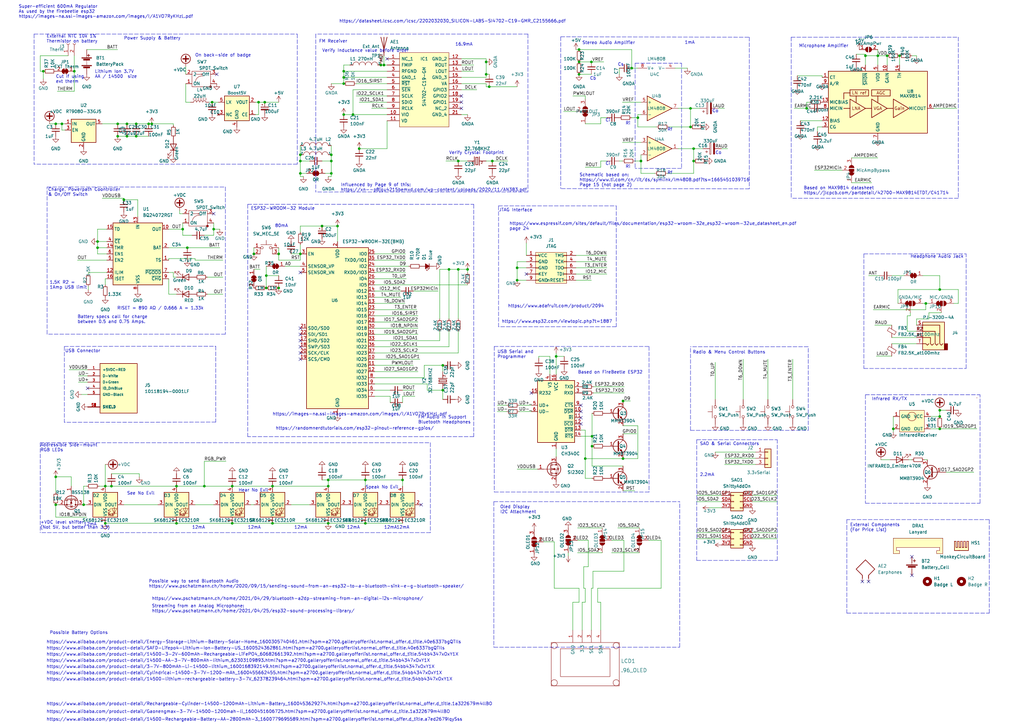
<source format=kicad_sch>
(kicad_sch (version 20211123) (generator eeschema)
  (paper "A3")
  (title_block (title "Monkey Badge for Hushcon") (date "2023-08-26") (rev "3.5") (company "PacketChat") (comment 1 "Copyright PacketChat"))
  (junction (at 242.824 178.943))
  (junction (at 140.97 29.21))
  (junction (at 385.445 170.815))
  (junction (at 262.89 66.04))
  (junction (at 385.445 168.275))
  (junction (at 123.19 63.5))
  (junction (at 50.8 81.915))
  (junction (at 187.96 110.49))
  (junction (at 134.62 196.85))
  (junction (at 55.88 50.8))
  (junction (at 149.86 196.85))
  (junction (at 135.89 71.12))
  (junction (at 30.48 29.21))
  (junction (at 354.965 22.86))
  (junction (at 34.29 207.01))
  (junction (at 212.09 114.935))
  (junction (at 156.21 26.67))
  (junction (at 140.97 46.99))
  (junction (at 242.824 183.007))
  (junction (at 123.19 66.04))
  (junction (at 111.76 199.39))
  (junction (at 212.09 109.855))
  (junction (at 62.23 50.8))
  (junction (at 48.26 55.88))
  (junction (at 109.22 113.03))
  (junction (at 242.57 25.4))
  (junction (at 106.045 41.91))
  (junction (at 201.93 66.04))
  (junction (at 135.89 63.5))
  (junction (at 237.49 30.48))
  (junction (at 363.855 22.86))
  (junction (at 60.96 50.8))
  (junction (at 157.48 26.67))
  (junction (at 22.86 207.01))
  (junction (at 25.4 50.8))
  (junction (at 385.445 118.745))
  (junction (at 72.39 199.39))
  (junction (at 138.43 92.71))
  (junction (at 283.21 44.45))
  (junction (at 123.19 71.12))
  (junction (at 199.39 25.4))
  (junction (at 284.48 66.04))
  (junction (at 55.88 55.88))
  (junction (at 283.21 52.07))
  (junction (at 165.1 196.85))
  (junction (at 95.25 199.39))
  (junction (at 76.835 101.6))
  (junction (at 40.005 99.06))
  (junction (at 140.97 31.75))
  (junction (at 74.93 93.98))
  (junction (at 184.15 110.49))
  (junction (at 140.97 34.29))
  (junction (at 149.86 214.63))
  (junction (at 187.96 66.04))
  (junction (at 144.78 46.99))
  (junction (at 52.07 55.88))
  (junction (at 83.82 199.39))
  (junction (at 72.39 214.63))
  (junction (at 379.73 124.46))
  (junction (at 108.585 41.91))
  (junction (at 135.89 66.04))
  (junction (at 132.08 92.71))
  (junction (at 228.092 146.177))
  (junction (at 45.72 199.39))
  (junction (at 261.62 48.26))
  (junction (at 240.03 188.087))
  (junction (at 259.08 27.94))
  (junction (at 22.86 50.8))
  (junction (at 52.07 50.8))
  (junction (at 147.32 60.96))
  (junction (at 200.66 35.56))
  (junction (at 134.62 199.39))
  (junction (at 114.3 118.11))
  (junction (at 111.76 214.63))
  (junction (at 181.61 149.86))
  (junction (at 43.18 214.63))
  (junction (at 109.22 118.11))
  (junction (at 86.995 41.91))
  (junction (at 199.39 30.48))
  (junction (at 368.935 22.86))
  (junction (at 123.19 104.14))
  (junction (at 360.045 22.86))
  (junction (at 17.78 29.21))
  (junction (at 255.524 188.087))
  (junction (at 114.3 104.14))
  (junction (at 95.25 214.63))
  (junction (at 255.524 164.465))
  (junction (at 191.77 110.49))
  (junction (at 40.005 101.6))
  (junction (at 330.835 44.45))
  (junction (at 181.61 160.02))
  (junction (at 284.48 60.96))
  (junction (at 134.62 214.63))
  (junction (at 43.18 199.39))
  (junction (at 237.49 25.4))
  (junction (at 87.63 93.98))
  (junction (at 366.395 175.895))
  (junction (at 48.26 50.8))
  (junction (at 22.86 195.58))
  (junction (at 104.14 104.14))
  (junction (at 385.445 175.895))
  (junction (at 237.49 20.32))
  (no_connect (at 215.9 112.395))
  (no_connect (at 88.9 30.48))
  (no_connect (at 158.75 24.13))
  (no_connect (at 189.23 44.45))
  (no_connect (at 374.015 228.346))
  (no_connect (at 374.015 235.966))
  (no_connect (at 35.941 159.258))
  (no_connect (at 217.932 161.163))
  (no_connect (at 238.252 173.863))
  (no_connect (at 238.252 168.783))
  (no_connect (at 238.252 171.323))
  (no_connect (at 238.252 166.243))
  (no_connect (at 172.72 207.01))
  (no_connect (at 189.23 41.91))
  (no_connect (at 189.23 39.37))
  (no_connect (at 353.695 238.506))
  (no_connect (at 356.235 238.506))
  (no_connect (at 87.63 87.63))
  (no_connect (at 123.19 137.16))
  (no_connect (at 123.19 147.32))
  (no_connect (at 123.19 142.24))
  (no_connect (at 123.19 139.7))
  (no_connect (at 123.19 144.78))
  (no_connect (at 123.19 134.62))
  (no_connect (at 123.19 111.76))
  (wire (pts (xy 40.005 101.6) (xy 43.815 101.6)))
  (wire (pts (xy 153.67 132.08) (xy 171.45 132.08)))
  (wire (pts (xy 140.97 31.75) (xy 140.97 34.29)))
  (wire (pts (xy 372.11 129.54) (xy 372.11 135.89)))
  (wire (pts (xy 220.98 146.939) (xy 220.98 146.177)))
  (wire (pts (xy 104.14 110.49) (xy 106.68 110.49)))
  (wire (pts (xy 283.21 44.45) (xy 278.13 44.45)))
  (wire (pts (xy 34.29 199.39) (xy 34.29 207.01)))
  (wire (pts (xy 135.89 71.12) (xy 135.89 72.39)))
  (wire (pts (xy 87.63 93.98) (xy 90.17 93.98)))
  (wire (pts (xy 31.75 106.68) (xy 43.815 106.68)))
  (wire (pts (xy 175.26 160.02) (xy 181.61 160.02)))
  (wire (pts (xy 25.4 50.8) (xy 22.86 50.8)))
  (polyline (pts (xy 347.345 251.46) (xy 405.765 251.46)))
  (wire (pts (xy 245.11 241.3) (xy 271.145 241.3)))
  (wire (pts (xy 236.22 107.315) (xy 248.92 107.315)))
  (wire (pts (xy 153.67 144.78) (xy 187.96 144.78)))
  (wire (pts (xy 199.39 30.48) (xy 200.66 30.48)))
  (wire (pts (xy 361.315 188.595) (xy 365.125 188.595)))
  (polyline (pts (xy 92.456 137.033) (xy 19.304 137.033)))
  (wire (pts (xy 330.835 44.45) (xy 332.105 44.45)))
  (polyline (pts (xy 307.34 15.24) (xy 307.34 77.47)))
  (wire (pts (xy 69.215 106.68) (xy 69.215 106.045)))
  (wire (pts (xy 231.14 45.72) (xy 236.22 45.72)))
  (wire (pts (xy 212.09 114.935) (xy 215.9 114.935)))
  (wire (pts (xy 382.905 44.45) (xy 392.43 44.45)))
  (wire (pts (xy 114.3 106.68) (xy 114.3 104.14)))
  (wire (pts (xy 181.61 149.86) (xy 181.61 152.4)))
  (wire (pts (xy 349.25 74.93) (xy 357.505 74.93)))
  (wire (pts (xy 284.48 60.96) (xy 288.29 60.96)))
  (wire (pts (xy 80.01 207.01) (xy 87.63 207.01)))
  (wire (pts (xy 240.03 188.087) (xy 255.524 188.087)))
  (wire (pts (xy 246.38 66.04) (xy 248.92 66.04)))
  (wire (pts (xy 261.62 174.625) (xy 261.62 188.087)))
  (wire (pts (xy 140.97 26.67) (xy 140.97 29.21)))
  (wire (pts (xy 153.67 160.02) (xy 160.02 160.02)))
  (wire (pts (xy 385.445 175.895) (xy 400.685 175.895)))
  (wire (pts (xy 149.86 214.63) (xy 165.1 214.63)))
  (polyline (pts (xy 216.535 13.97) (xy 216.535 78.74)))
  (polyline (pts (xy 176.53 181.61) (xy 176.53 218.44)))
  (wire (pts (xy 240.03 196.215) (xy 242.824 196.215)))
  (polyline (pts (xy 252.73 84.455) (xy 252.73 133.985)))
  (wire (pts (xy 135.89 71.12) (xy 133.35 71.12)))
  (wire (pts (xy 76.835 101.6) (xy 90.17 101.6)))
  (wire (pts (xy 215.9 107.315) (xy 212.09 107.315)))
  (wire (pts (xy 22.86 195.58) (xy 29.21 195.58)))
  (wire (pts (xy 378.46 124.46) (xy 379.73 124.46)))
  (wire (pts (xy 238.252 178.943) (xy 242.824 178.943)))
  (wire (pts (xy 242.824 191.135) (xy 255.524 191.135)))
  (wire (pts (xy 50.8 207.01) (xy 64.77 207.01)))
  (wire (pts (xy 234.95 247.015) (xy 237.49 247.015)))
  (wire (pts (xy 255.905 221.615) (xy 255.905 234.315)))
  (wire (pts (xy 123.19 106.68) (xy 123.19 104.14)))
  (wire (pts (xy 250.825 221.615) (xy 255.905 221.615)))
  (wire (pts (xy 132.08 92.71) (xy 138.43 92.71)))
  (wire (pts (xy 255.524 164.465) (xy 258.572 164.465)))
  (polyline (pts (xy 16.51 181.61) (xy 176.53 181.61)))
  (wire (pts (xy 366.395 170.815) (xy 366.395 175.895)))
  (wire (pts (xy 236.22 114.935) (xy 242.57 114.935)))
  (wire (pts (xy 337.185 52.07) (xy 335.28 52.07)))
  (wire (pts (xy 147.32 41.91) (xy 158.75 41.91)))
  (wire (pts (xy 337.185 31.75) (xy 337.185 31.115)))
  (wire (pts (xy 114.3 106.68) (xy 123.19 106.68)))
  (wire (pts (xy 242.824 169.545) (xy 242.824 178.943)))
  (wire (pts (xy 359.41 146.05) (xy 365.76 146.05)))
  (wire (pts (xy 246.38 258.445) (xy 246.38 247.015)))
  (polyline (pts (xy 260.477 25.908) (xy 279.527 25.908)))
  (wire (pts (xy 365.76 140.97) (xy 375.92 140.97)))
  (wire (pts (xy 187.96 110.49) (xy 187.96 130.81)))
  (wire (pts (xy 123.19 100.33) (xy 123.19 104.14)))
  (wire (pts (xy 153.67 139.7) (xy 180.34 139.7)))
  (wire (pts (xy 43.815 114.3) (xy 43.18 114.3)))
  (wire (pts (xy 243.332 158.623) (xy 256.032 158.623)))
  (wire (pts (xy 78.74 96.52) (xy 74.93 96.52)))
  (wire (pts (xy 255.27 58.42) (xy 262.89 58.42)))
  (wire (pts (xy 351.155 22.225) (xy 354.965 22.225)))
  (wire (pts (xy 157.48 22.86) (xy 157.48 26.67)))
  (wire (pts (xy 143.51 26.67) (xy 140.97 26.67)))
  (wire (pts (xy 378.46 113.03) (xy 385.445 113.03)))
  (wire (pts (xy 40.005 104.14) (xy 43.815 104.14)))
  (wire (pts (xy 102.87 207.01) (xy 104.14 207.01)))
  (wire (pts (xy 255.27 66.04) (xy 254 66.04)))
  (wire (pts (xy 187.96 135.89) (xy 187.96 144.78)))
  (wire (pts (xy 260.35 66.04) (xy 262.89 66.04)))
  (wire (pts (xy 165.1 196.85) (xy 165.1 199.39)))
  (wire (pts (xy 360.045 20.32) (xy 360.045 22.86)))
  (wire (pts (xy 356.235 113.03) (xy 360.68 113.03)))
  (wire (pts (xy 266.065 221.615) (xy 271.145 221.615)))
  (polyline (pts (xy 202.692 142.113) (xy 202.692 201.803)))
  (wire (pts (xy 325.755 44.45) (xy 330.835 44.45)))
  (wire (pts (xy 246.38 50.8) (xy 240.03 50.8)))
  (wire (pts (xy 240.03 176.403) (xy 240.03 188.087)))
  (wire (pts (xy 295.91 60.96) (xy 298.45 60.96)))
  (wire (pts (xy 144.78 36.83) (xy 144.78 46.99)))
  (polyline (pts (xy 283.21 176.53) (xy 283.21 142.24)))
  (polyline (pts (xy 204.47 84.455) (xy 204.47 133.985)))
  (wire (pts (xy 119.38 207.01) (xy 127 207.01)))
  (wire (pts (xy 375.92 130.81) (xy 375.92 133.35)))
  (wire (pts (xy 153.67 106.68) (xy 166.37 106.68)))
  (wire (pts (xy 365.76 113.03) (xy 370.84 113.03)))
  (wire (pts (xy 250.825 226.695) (xy 262.255 226.695)))
  (polyline (pts (xy 354.33 151.13) (xy 396.24 151.13)))
  (wire (pts (xy 285.75 220.98) (xy 295.91 220.98)))
  (wire (pts (xy 242.57 241.3) (xy 242.57 258.445)))
  (polyline (pts (xy 202.565 265.43) (xy 278.765 265.43)))
  (wire (pts (xy 372.11 129.54) (xy 373.38 129.54)))
  (wire (pts (xy 238.76 247.015) (xy 240.03 247.015)))
  (wire (pts (xy 228.092 144.907) (xy 228.092 146.177)))
  (wire (pts (xy 87.63 96.52) (xy 87.63 93.98)))
  (polyline (pts (xy 354.965 206.375) (xy 401.955 206.375)))
  (wire (pts (xy 135.89 34.29) (xy 140.97 34.29)))
  (polyline (pts (xy 129.54 13.97) (xy 129.54 78.74)))
  (wire (pts (xy 271.145 221.615) (xy 271.145 241.3)))
  (wire (pts (xy 17.78 29.21) (xy 17.78 32.385)))
  (wire (pts (xy 228.092 146.177) (xy 231.394 146.177)))
  (wire (pts (xy 191.77 110.49) (xy 187.96 110.49)))
  (wire (pts (xy 153.67 121.92) (xy 164.465 121.92)))
  (wire (pts (xy 290.83 208.28) (xy 295.91 208.28)))
  (wire (pts (xy 393.065 124.46) (xy 393.065 118.745)))
  (wire (pts (xy 262.89 71.12) (xy 268.605 71.12)))
  (wire (pts (xy 241.3 232.41) (xy 239.395 232.41)))
  (wire (pts (xy 40.005 93.98) (xy 40.005 99.06)))
  (wire (pts (xy 69.215 120.65) (xy 72.39 120.65)))
  (wire (pts (xy 26.67 53.34) (xy 25.4 53.34)))
  (wire (pts (xy 106.045 46.99) (xy 106.045 41.91)))
  (wire (pts (xy 274.32 52.07) (xy 283.21 52.07)))
  (wire (pts (xy 255.524 188.087) (xy 261.62 188.087)))
  (wire (pts (xy 273.685 71.12) (xy 284.48 71.12)))
  (wire (pts (xy 43.815 93.98) (xy 40.005 93.98)))
  (wire (pts (xy 144.78 46.99) (xy 158.75 46.99)))
  (wire (pts (xy 236.855 216.535) (xy 247.015 216.535)))
  (wire (pts (xy 253.365 216.535) (xy 262.255 216.535)))
  (polyline (pts (xy 331.47 142.24) (xy 283.21 142.24)))
  (wire (pts (xy 56.515 81.915) (xy 56.515 88.9)))
  (wire (pts (xy 76.2 41.91) (xy 78.105 41.91)))
  (wire (pts (xy 106.045 41.91) (xy 104.775 41.91)))
  (wire (pts (xy 259.08 27.94) (xy 261.62 27.94)))
  (wire (pts (xy 138.43 92.71) (xy 138.43 99.06)))
  (wire (pts (xy 308.61 218.44) (xy 318.77 218.44)))
  (wire (pts (xy 237.49 241.3) (xy 237.49 247.015)))
  (wire (pts (xy 255.27 164.465) (xy 255.524 164.465)))
  (wire (pts (xy 212.09 109.855) (xy 215.9 109.855)))
  (wire (pts (xy 50.8 81.28) (xy 50.8 81.915)))
  (wire (pts (xy 239.395 241.3) (xy 240.03 241.3)))
  (wire (pts (xy 169.545 119.38) (xy 179.705 119.38)))
  (wire (pts (xy 379.095 188.595) (xy 380.365 188.595)))
  (wire (pts (xy 40.005 101.6) (xy 40.005 104.14)))
  (wire (pts (xy 379.73 124.46) (xy 381 124.46)))
  (wire (pts (xy 123.19 92.71) (xy 132.08 92.71)))
  (wire (pts (xy 189.23 34.29) (xy 199.39 34.29)))
  (polyline (pts (xy 260.477 25.908) (xy 260.477 69.088)))
  (wire (pts (xy 247.65 25.4) (xy 242.57 25.4)))
  (wire (pts (xy 255.524 201.295) (xy 260.35 201.295)))
  (wire (pts (xy 135.89 66.04) (xy 132.08 66.04)))
  (wire (pts (xy 238.76 258.445) (xy 238.76 247.015)))
  (wire (pts (xy 212.09 109.855) (xy 212.09 114.935)))
  (polyline (pts (xy 307.34 77.47) (xy 229.997 77.343)))
  (wire (pts (xy 69.215 111.76) (xy 71.12 111.76)))
  (wire (pts (xy 111.76 214.63) (xy 134.62 214.63)))
  (polyline (pts (xy 204.47 84.455) (xy 252.73 84.455)))
  (wire (pts (xy 146.05 39.37) (xy 158.75 39.37)))
  (wire (pts (xy 55.88 50.8) (xy 60.96 50.8)))
  (wire (pts (xy 195.58 36.83) (xy 189.23 36.83)))
  (wire (pts (xy 60.96 50.8) (xy 62.23 50.8)))
  (wire (pts (xy 261.62 46.99) (xy 262.89 46.99)))
  (wire (pts (xy 153.67 147.32) (xy 172.212 147.32)))
  (wire (pts (xy 69.215 93.98) (xy 74.93 93.98)))
  (wire (pts (xy 76.2 34.29) (xy 76.2 41.91)))
  (wire (pts (xy 69.215 114.3) (xy 69.215 120.65)))
  (wire (pts (xy 297.18 190.5) (xy 309.88 190.5)))
  (wire (pts (xy 363.855 22.86) (xy 360.045 22.86)))
  (wire (pts (xy 134.62 196.85) (xy 134.62 199.39)))
  (wire (pts (xy 175.26 157.48) (xy 175.26 160.02)))
  (wire (pts (xy 255.905 234.315) (xy 243.205 234.315)))
  (wire (pts (xy 123.19 63.5) (xy 123.19 66.04)))
  (wire (pts (xy 304.8 147.32) (xy 304.8 163.83)))
  (polyline (pts (xy 202.565 205.74) (xy 202.565 265.43)))
  (wire (pts (xy 153.67 157.48) (xy 175.26 157.48)))
  (wire (pts (xy 283.21 44.45) (xy 283.21 52.07)))
  (polyline (pts (xy 405.765 213.106) (xy 347.345 213.106)))
  (wire (pts (xy 261.62 48.26) (xy 261.62 52.07)))
  (wire (pts (xy 87.63 93.98) (xy 87.63 91.44)))
  (wire (pts (xy 381 130.81) (xy 375.92 130.81)))
  (polyline (pts (xy 331.47 176.53) (xy 331.47 142.24)))
  (wire (pts (xy 236.855 221.615) (xy 241.3 221.615)))
  (wire (pts (xy 108.585 41.91) (xy 114.3 41.91)))
  (wire (pts (xy 52.07 50.8) (xy 55.88 50.8)))
  (wire (pts (xy 36.195 111.76) (xy 36.195 112.395)))
  (wire (pts (xy 116.84 109.22) (xy 123.19 109.22)))
  (polyline (pts (xy 19.304 137.033) (xy 19.304 76.708)))
  (wire (pts (xy 203.962 168.783) (xy 207.772 168.783)))
  (polyline (pts (xy 88.519 141.986) (xy 88.519 173.101)))
  (wire (pts (xy 35.56 20.32) (xy 48.26 20.32)))
  (wire (pts (xy 22.86 207.01) (xy 24.13 207.01)))
  (wire (pts (xy 363.855 26.67) (xy 363.855 22.86)))
  (polyline (pts (xy 283.21 176.53) (xy 331.47 176.53)))
  (wire (pts (xy 208.28 66.04) (xy 201.93 66.04)))
  (wire (pts (xy 237.49 20.32) (xy 259.08 20.32)))
  (wire (pts (xy 259.08 20.32) (xy 259.08 27.94)))
  (wire (pts (xy 40.005 99.06) (xy 40.005 101.6)))
  (wire (pts (xy 35.56 199.39) (xy 34.29 199.39)))
  (wire (pts (xy 199.39 66.04) (xy 201.93 66.04)))
  (wire (pts (xy 52.07 55.88) (xy 55.88 55.88)))
  (wire (pts (xy 180.34 110.49) (xy 180.34 130.81)))
  (wire (pts (xy 48.26 55.88) (xy 52.07 55.88)))
  (wire (pts (xy 330.835 41.91) (xy 330.835 44.45)))
  (wire (pts (xy 41.91 81.28) (xy 50.8 81.28)))
  (wire (pts (xy 123.19 71.12) (xy 123.19 72.39)))
  (wire (pts (xy 71.12 111.76) (xy 71.12 113.665)))
  (wire (pts (xy 80.01 106.045) (xy 80.01 106.68)))
  (wire (pts (xy 153.67 116.84) (xy 191.77 116.84)))
  (wire (pts (xy 158.75 60.96) (xy 158.75 49.53)))
  (wire (pts (xy 85.09 113.665) (xy 91.44 113.665)))
  (polyline (pts (xy 229.997 15.113) (xy 307.34 15.24)))
  (wire (pts (xy 393.065 118.745) (xy 385.445 118.745)))
  (polyline (pts (xy 121.92 13.97) (xy 121.92 67.31)))
  (wire (pts (xy 35.56 207.01) (xy 34.29 207.01)))
  (wire (pts (xy 153.67 137.16) (xy 171.45 137.16)))
  (wire (pts (xy 358.775 133.35) (xy 365.76 133.35)))
  (wire (pts (xy 158.75 31.75) (xy 140.97 31.75)))
  (wire (pts (xy 83.82 199.39) (xy 95.25 199.39)))
  (wire (pts (xy 308.61 203.2) (xy 318.77 203.2)))
  (wire (pts (xy 26.67 50.8) (xy 25.4 50.8)))
  (polyline (pts (xy 405.765 251.46) (xy 405.765 213.106)))
  (wire (pts (xy 385.445 118.745) (xy 368.3 118.745)))
  (wire (pts (xy 199.39 31.75) (xy 199.39 30.48)))
  (wire (pts (xy 189.23 29.21) (xy 194.31 29.21)))
  (wire (pts (xy 332.105 41.91) (xy 330.835 41.91)))
  (wire (pts (xy 187.96 110.49) (xy 184.15 110.49)))
  (wire (pts (xy 284.48 60.96) (xy 278.13 60.96)))
  (polyline (pts (xy 278.765 265.43) (xy 278.765 205.74)))
  (wire (pts (xy 85.725 41.91) (xy 86.995 41.91)))
  (wire (pts (xy 80.01 106.68) (xy 91.44 106.68)))
  (wire (pts (xy 123.19 59.69) (xy 123.19 63.5)))
  (wire (pts (xy 152.4 44.45) (xy 158.75 44.45)))
  (wire (pts (xy 228.092 146.177) (xy 228.092 153.543)))
  (wire (pts (xy 385.445 168.275) (xy 385.445 170.815)))
  (wire (pts (xy 160.02 162.56) (xy 160.02 165.1)))
  (wire (pts (xy 173.99 154.94) (xy 173.99 149.86)))
  (wire (pts (xy 239.395 232.41) (xy 239.395 241.3)))
  (wire (pts (xy 328.295 49.53) (xy 337.185 49.53)))
  (wire (pts (xy 22.86 50.8) (xy 20.32 50.8)))
  (wire (pts (xy 236.22 109.855) (xy 248.92 109.855)))
  (wire (pts (xy 50.8 81.915) (xy 56.515 81.915)))
  (wire (pts (xy 149.86 196.85) (xy 149.86 199.39)))
  (wire (pts (xy 40.64 199.39) (xy 43.18 199.39)))
  (wire (pts (xy 254 27.94) (xy 254 30.48)))
  (wire (pts (xy 30.48 22.86) (xy 30.48 29.21)))
  (wire (pts (xy 349.25 64.77) (xy 360.045 64.77)))
  (polyline (pts (xy 347.345 213.106) (xy 347.345 215.646)))
  (wire (pts (xy 184.15 135.89) (xy 184.15 142.24)))
  (polyline (pts (xy 121.92 67.31) (xy 13.97 67.31)))
  (wire (pts (xy 86.995 41.91) (xy 89.535 41.91)))
  (wire (pts (xy 71.12 51.435) (xy 71.12 50.8)))
  (wire (pts (xy 35.56 212.09) (xy 22.86 212.09)))
  (wire (pts (xy 109.22 113.03) (xy 114.3 113.03)))
  (wire (pts (xy 158.75 36.83) (xy 144.78 36.83)))
  (wire (pts (xy 212.852 166.243) (xy 217.932 166.243)))
  (wire (pts (xy 262.89 66.04) (xy 262.89 71.12)))
  (wire (pts (xy 104.14 101.6) (xy 104.14 104.14)))
  (wire (pts (xy 73.66 86.36) (xy 73.66 87.63)))
  (wire (pts (xy 135.89 59.69) (xy 135.89 63.5)))
  (wire (pts (xy 106.045 41.91) (xy 108.585 41.91)))
  (wire (pts (xy 16.51 22.86) (xy 27.94 22.86)))
  (wire (pts (xy 153.67 142.24) (xy 184.15 142.24)))
  (polyline (pts (xy 216.535 13.97) (xy 129.54 13.97)))
  (wire (pts (xy 391.16 124.46) (xy 393.065 124.46)))
  (wire (pts (xy 123.19 66.04) (xy 123.19 71.12)))
  (wire (pts (xy 32.131 154.178) (xy 35.941 154.178)))
  (wire (pts (xy 153.67 149.86) (xy 169.545 149.86)))
  (wire (pts (xy 360.045 26.67) (xy 360.045 22.86)))
  (wire (pts (xy 358.14 127) (xy 379.73 127)))
  (wire (pts (xy 135.89 72.39) (xy 134.62 72.39)))
  (polyline (pts (xy 101.6 83.82) (xy 101.6 179.07)))
  (wire (pts (xy 153.67 114.3) (xy 166.624 114.3)))
  (polyline (pts (xy 13.97 13.97) (xy 121.92 13.97)))
  (wire (pts (xy 153.67 111.76) (xy 166.37 111.76)))
  (wire (pts (xy 153.67 162.56) (xy 160.02 162.56)))
  (polyline (pts (xy 26.416 142.113) (xy 88.519 141.986)))
  (wire (pts (xy 36.195 117.475) (xy 36.195 118.745)))
  (polyline (pts (xy 16.51 181.61) (xy 16.51 218.44)))
  (polyline (pts (xy 202.692 142.113) (xy 266.192 142.113)))
  (wire (pts (xy 240.03 68.58) (xy 246.38 68.58)))
  (wire (pts (xy 127 66.04) (xy 123.19 66.04)))
  (wire (pts (xy 83.82 189.23) (xy 83.82 199.39)))
  (wire (pts (xy 241.3 221.615) (xy 241.3 232.41)))
  (wire (pts (xy 222.885 222.25) (xy 227.33 222.25)))
  (wire (pts (xy 354.965 22.225) (xy 354.965 22.86)))
  (polyline (pts (xy 393.065 15.24) (xy 393.065 81.28)))
  (polyline (pts (xy 266.192 201.803) (xy 202.692 201.803)))
  (wire (pts (xy 381 128.27) (xy 386.08 128.27)))
  (wire (pts (xy 368.935 22.86) (xy 368.935 26.67)))
  (wire (pts (xy 16.51 29.21) (xy 17.78 29.21)))
  (wire (pts (xy 165.1 160.02) (xy 170.18 160.02)))
  (wire (pts (xy 73.66 87.63) (xy 74.93 87.63)))
  (wire (pts (xy 153.67 119.38) (xy 164.465 119.38)))
  (polyline (pts (xy 354.33 104.14) (xy 396.24 104.14)))
  (polyline (pts (xy 266.192 142.113) (xy 266.192 201.803)))
  (polyline (pts (xy 347.345 215.646) (xy 347.345 251.46)))
  (wire (pts (xy 200.66 35.56) (xy 212.09 35.56)))
  (wire (pts (xy 184.15 110.49) (xy 180.34 110.49)))
  (wire (pts (xy 199.39 35.56) (xy 200.66 35.56)))
  (wire (pts (xy 22.86 195.58) (xy 22.86 201.93)))
  (wire (pts (xy 295.91 218.44) (xy 285.75 218.44)))
  (wire (pts (xy 156.21 26.67) (xy 157.48 26.67)))
  (wire (pts (xy 308.61 220.98) (xy 318.77 220.98)))
  (polyline (pts (xy 252.73 133.985) (xy 204.47 133.985)))
  (polyline (pts (xy 401.955 206.375) (xy 401.955 161.925)))
  (wire (pts (xy 242.824 183.007) (xy 242.824 191.135)))
  (wire (pts (xy 227.33 222.25) (xy 227.33 241.3)))
  (polyline (pts (xy 229.997 15.113) (xy 229.997 77.343)))
  (wire (pts (xy 242.824 178.943) (xy 242.824 183.007)))
  (wire (pts (xy 146.05 34.29) (xy 158.75 34.29)))
  (wire (pts (xy 83.82 96.52) (xy 87.63 96.52)))
  (wire (pts (xy 165.1 162.56) (xy 170.18 162.56)))
  (wire (pts (xy 153.67 127) (xy 170.942 127)))
  (wire (pts (xy 199.39 24.13) (xy 199.39 25.4)))
  (wire (pts (xy 276.86 27.94) (xy 281.94 27.94)))
  (wire (pts (xy 212.09 107.315) (xy 212.09 109.855)))
  (wire (pts (xy 199.39 25.4) (xy 199.39 30.48)))
  (wire (pts (xy 111.76 199.39) (xy 134.62 199.39)))
  (wire (pts (xy 234.95 258.445) (xy 234.95 247.015)))
  (wire (pts (xy 33.401 161.798) (xy 35.941 161.798)))
  (wire (pts (xy 55.88 55.88) (xy 60.96 55.88)))
  (wire (pts (xy 191.77 110.49) (xy 191.77 111.76)))
  (wire (pts (xy 119.38 104.14) (xy 123.19 104.14)))
  (wire (pts (xy 189.23 26.67) (xy 194.31 26.67)))
  (wire (pts (xy 246.38 247.015) (xy 245.11 247.015)))
  (wire (pts (xy 92.71 189.23) (xy 83.82 189.23)))
  (wire (pts (xy 43.18 190.5) (xy 43.18 199.39)))
  (wire (pts (xy 375.92 22.86) (xy 375.92 23.495)))
  (wire (pts (xy 293.37 148.59) (xy 293.37 163.83)))
  (wire (pts (xy 368.3 118.745) (xy 368.3 124.46)))
  (wire (pts (xy 236.22 104.775) (xy 248.92 104.775)))
  (wire (pts (xy 225.552 153.543) (xy 225.552 146.177)))
  (wire (pts (xy 240.03 40.64) (xy 240.03 39.37)))
  (polyline (pts (xy 13.97 13.97) (xy 13.97 67.31)))
  (polyline (pts (xy 279.527 25.908) (xy 279.527 69.088)))
  (polyline (pts (xy 324.485 15.24) (xy 393.065 15.24)))
  (wire (pts (xy 30.48 29.21) (xy 30.48 37.465)))
  (polyline (pts (xy 279.527 69.088) (xy 260.477 69.088)))
  (wire (pts (xy 109.22 109.22) (xy 109.22 113.03)))
  (wire (pts (xy 16.51 22.86) (xy 16.51 29.21)))
  (wire (pts (xy 246.38 48.26) (xy 246.38 50.8)))
  (wire (pts (xy 140.97 46.99) (xy 144.78 46.99)))
  (wire (pts (xy 57.15 194.31) (xy 57.15 195.58)))
  (wire (pts (xy 153.67 129.54) (xy 171.45 129.54)))
  (wire (pts (xy 43.18 214.63) (xy 72.39 214.63)))
  (wire (pts (xy 399.415 193.675) (xy 387.985 193.675)))
  (polyline (pts (xy 285.75 180.34) (xy 318.77 180.34)))
  (wire (pts (xy 45.72 199.39) (xy 72.39 199.39)))
  (polyline (pts (xy 285.75 229.87) (xy 318.77 229.87)))
  (wire (pts (xy 125.73 71.12) (xy 123.19 71.12)))
  (wire (pts (xy 245.11 247.015) (xy 245.11 241.3)))
  (wire (pts (xy 381 128.27) (xy 381 130.81)))
  (wire (pts (xy 372.745 188.595) (xy 374.015 188.595)))
  (wire (pts (xy 23.495 37.465) (xy 30.48 37.465)))
  (wire (pts (xy 373.38 129.54) (xy 373.38 128.27)))
  (wire (pts (xy 135.89 66.04) (xy 135.89 71.12)))
  (wire (pts (xy 109.22 113.03) (xy 109.22 118.11)))
  (wire (pts (xy 255.524 174.625) (xy 261.62 174.625)))
  (wire (pts (xy 45.72 194.31) (xy 57.15 194.31)))
  (wire (pts (xy 228.092 184.023) (xy 228.092 187.325)))
  (wire (pts (xy 43.18 199.39) (xy 45.72 199.39)))
  (wire (pts (xy 114.3 101.6) (xy 114.3 104.14)))
  (wire (pts (xy 173.99 149.86) (xy 181.61 149.86)))
  (polyline (pts (xy 176.53 218.44) (xy 16.51 218.44)))
  (wire (pts (xy 379.73 127) (xy 379.73 124.46)))
  (wire (pts (xy 153.67 134.62) (xy 171.45 134.62)))
  (wire (pts (xy 354.965 22.86) (xy 360.045 22.86)))
  (wire (pts (xy 284.48 60.96) (xy 284.48 66.04)))
  (wire (pts (xy 153.67 104.14) (xy 166.37 104.14)))
  (wire (pts (xy 374.015 22.86) (xy 375.92 22.86)))
  (wire (pts (xy 381.635 175.895) (xy 385.445 175.895)))
  (polyline (pts (xy 19.304 76.708) (xy 92.456 76.708)))
  (wire (pts (xy 69.215 106.045) (xy 80.01 106.045)))
  (wire (pts (xy 366.395 175.895) (xy 366.395 177.165)))
  (wire (pts (xy 259.08 48.26) (xy 261.62 48.26)))
  (wire (pts (xy 283.21 44.45) (xy 287.02 44.45)))
  (wire (pts (xy 72.39 214.63) (xy 95.25 214.63)))
  (wire (pts (xy 43.18 114.3) (xy 43.18 116.84)))
  (polyline (pts (xy 216.535 78.74) (xy 129.54 78.74)))
  (wire (pts (xy 74.93 91.44) (xy 74.93 93.98)))
  (polyline (pts (xy 101.6 83.82) (xy 194.31 83.82)))
  (wire (pts (xy 314.96 147.32) (xy 314.96 163.83)))
  (wire (pts (xy 284.48 71.12) (xy 284.48 66.04)))
  (wire (pts (xy 157.48 26.67) (xy 158.75 26.67)))
  (wire (pts (xy 165.1 165.1) (xy 165.1 162.56)))
  (wire (pts (xy 189.23 24.13) (xy 199.39 24.13)))
  (wire (pts (xy 243.332 161.163) (xy 256.032 161.163)))
  (wire (pts (xy 243.205 241.3) (xy 242.57 241.3)))
  (wire (pts (xy 25.4 53.34) (xy 25.4 50.8)))
  (wire (pts (xy 41.91 50.8) (xy 48.26 50.8)))
  (wire (pts (xy 365.76 138.43) (xy 375.92 138.43)))
  (wire (pts (xy 255.524 177.927) (xy 261.112 177.927)))
  (wire (pts (xy 240.03 188.087) (xy 240.03 196.215)))
  (wire (pts (xy 372.11 135.89) (xy 375.92 135.89)))
  (wire (pts (xy 153.67 152.4) (xy 171.45 152.4)))
  (wire (pts (xy 134.62 214.63) (xy 149.86 214.63)))
  (wire (pts (xy 334.01 69.85) (xy 345.44 69.85)))
  (wire (pts (xy 95.25 199.39) (xy 111.76 199.39)))
  (polyline (pts (xy 202.565 205.74) (xy 278.765 205.74)))
  (wire (pts (xy 236.22 112.395) (xy 248.92 112.395)))
  (wire (pts (xy 85.09 120.65) (xy 91.44 120.65)))
  (wire (pts (xy 385.445 113.03) (xy 385.445 118.745)))
  (wire (pts (xy 285.75 203.2) (xy 295.91 203.2)))
  (wire (pts (xy 74.93 96.52) (xy 74.93 93.98)))
  (polyline (pts (xy 354.965 161.925) (xy 401.955 161.925)))
  (wire (pts (xy 135.89 63.5) (xy 135.89 66.04)))
  (wire (pts (xy 233.045 226.695) (xy 233.045 227.965)))
  (polyline (pts (xy 194.31 179.07) (xy 101.6 179.07)))
  (wire (pts (xy 153.67 124.46) (xy 166.116 124.46)))
  (wire (pts (xy 212.09 192.405) (xy 220.472 192.405)))
  (wire (pts (xy 104.775 46.99) (xy 106.045 46.99)))
  (wire (pts (xy 203.962 166.243) (xy 207.772 166.243)))
  (wire (pts (xy 182.88 66.04) (xy 187.96 66.04)))
  (wire (pts (xy 220.98 146.177) (xy 225.552 146.177)))
  (wire (pts (xy 246.38 68.58) (xy 246.38 66.04)))
  (wire (pts (xy 95.25 214.63) (xy 111.76 214.63)))
  (polyline (pts (xy 324.485 15.24) (xy 324.485 81.28)))
  (wire (pts (xy 199.39 34.29) (xy 199.39 35.56)))
  (wire (pts (xy 248.92 48.26) (xy 246.38 48.26)))
  (polyline (pts (xy 88.519 173.101) (xy 26.416 173.228)))
  (wire (pts (xy 234.95 39.37) (xy 240.03 39.37)))
  (wire (pts (xy 240.03 241.3) (xy 240.03 247.015)))
  (wire (pts (xy 354.965 26.67) (xy 354.965 22.86)))
  (wire (pts (xy 69.215 101.6) (xy 76.835 101.6)))
  (wire (pts (xy 189.23 31.75) (xy 199.39 31.75)))
  (polyline (pts (xy 396.24 151.13) (xy 396.24 104.14)))
  (polyline (pts (xy 26.416 142.113) (xy 26.416 173.228)))
  (wire (pts (xy 297.18 187.96) (xy 309.88 187.96)))
  (wire (pts (xy 261.62 48.26) (xy 261.62 46.99)))
  (wire (pts (xy 189.23 46.99) (xy 191.77 46.99)))
  (polyline (pts (xy 393.065 81.28) (xy 324.485 81.28)))
  (polyline (pts (xy 318.77 229.87) (xy 318.77 180.34)))
  (wire (pts (xy 242.57 25.4) (xy 237.49 25.4)))
  (wire (pts (xy 293.37 185.42) (xy 309.88 185.42)))
  (wire (pts (xy 72.39 199.39) (xy 83.82 199.39)))
  (wire (pts (xy 149.86 196.85) (xy 165.1 196.85)))
  (wire (pts (xy 48.26 50.8) (xy 52.07 50.8)))
  (polyline (pts (xy 354.965 161.925) (xy 354.965 206.375)))
  (wire (pts (xy 227.33 241.3) (xy 237.49 241.3)))
  (wire (pts (xy 147.32 60.96) (xy 158.75 60.96)))
  (wire (pts (xy 262.89 63.5) (xy 262.89 66.04)))
  (wire (pts (xy 71.12 50.8) (xy 62.23 50.8)))
  (wire (pts (xy 28.321 151.638) (xy 35.941 151.638)))
  (wire (pts (xy 255.27 41.91) (xy 262.89 41.91)))
  (wire (pts (xy 43.815 111.76) (xy 36.195 111.76)))
  (wire (pts (xy 236.22 20.32) (xy 237.49 20.32)))
  (wire (pts (xy 140.97 29.21) (xy 140.97 31.75)))
  (wire (pts (xy 327.025 31.115) (xy 337.185 31.115)))
  (wire (pts (xy 140.97 29.21) (xy 158.75 29.21)))
  (wire (pts (xy 212.852 168.783) (xy 217.932 168.783)))
  (wire (pts (xy 132.08 196.85) (xy 134.62 196.85)))
  (wire (pts (xy 215.9 99.695) (xy 215.9 104.775)))
  (wire (pts (xy 153.67 154.94) (xy 173.99 154.94)))
  (wire (pts (xy 385.445 168.275) (xy 387.985 168.275)))
  (wire (pts (xy 237.49 30.48) (xy 242.57 30.48)))
  (wire (pts (xy 123.19 95.25) (xy 123.19 92.71)))
  (polyline (pts (xy 285.75 180.34) (xy 285.75 229.87)))
  (wire (pts (xy 71.12 113.665) (xy 72.39 113.665)))
  (polyline (pts (xy 92.456 76.708) (xy 92.456 137.033)))
  (wire (pts (xy 325.12 147.32) (xy 325.12 163.83)))
  (wire (pts (xy 285.75 205.74) (xy 295.91 205.74)))
  (wire (pts (xy 261.62 52.07) (xy 269.24 52.07)))
  (wire (pts (xy 153.67 109.22) (xy 167.64 109.22)))
  (wire (pts (xy 180.34 135.89) (xy 180.34 139.7)))
  (wire (pts (xy 294.64 44.45) (xy 297.18 44.45)))
  (polyline (pts (xy 194.31 83.82) (xy 194.31 179.07)))
  (wire (pts (xy 29.21 195.58) (xy 29.21 199.39)))
  (wire (pts (xy 76.2 27.305) (xy 76.2 30.48)))
  (wire (pts (xy 134.62 196.85) (xy 149.86 196.85)))
  (wire (pts (xy 32.131 156.718) (xy 35.941 156.718)))
  (polyline (pts (xy 354.33 104.14) (xy 354.33 151.13)))
  (wire (pts (xy 124.46 72.39) (xy 123.19 72.39)))
  (wire (pts (xy 43.815 99.06) (xy 40.005 99.06)))
  (wire (pts (xy 238.252 176.403) (xy 240.03 176.403)))
  (wire (pts (xy 236.855 226.695) (xy 247.015 226.695)))
  (wire (pts (xy 335.28 52.07) (xy 335.28 53.975)))
  (wire (pts (xy 243.205 234.315) (xy 243.205 241.3)))
  (wire (pts (xy 308.61 205.74) (xy 318.77 205.74)))
  (wire (pts (xy 184.15 110.49) (xy 184.15 130.81)))
  (wire (pts (xy 22.86 212.09) (xy 22.86 207.01)))
  (wire (pts (xy 181.61 160.02) (xy 181.61 163.83)))
  (wire (pts (xy 187.96 66.04) (xy 191.77 66.04)))
  (wire (pts (xy 381.635 170.815) (xy 385.445 170.815)))
  (text "See No Evil" (at 52.07 203.2 0) (effects (font (size 1.27 1.27)) (justify left bottom)))
  (text "https://www.alibaba.com/product-detail/3-7V-800mAh-Li-14500-lithium_1600168392149.html?spm=a2700.galleryofferlist.normal_offer.d_title.54bb4347xOxY1X" (at 19.05 274.32 0) (effects (font (size 1.27 1.27)) (justify left bottom)))
  (text "Addressible Side-mount\nRGB LEDs" (at 16.51 185.42 0) (effects (font (size 1.27 1.27)) (justify left bottom)))
  (text "Battery specs call for charge\nbetween 0.5 and 0.75 Amps." (at 31.75 132.842 0) (effects (font (size 1.27 1.27)) (justify left bottom)))
  (text "12mA" (at 162.56 217.17 0) (effects (font (size 1.27 1.27)) (justify left bottom)))
  (text "Speak No Evil" (at 149.86 200.66 0) (effects (font (size 1.27 1.27)) (justify left bottom)))
  (text "https://datasheet.lcsc.com/lcsc/2202032030_SILICON-LABS-SI4702-C19-GMR_C2155666.pdf" (at 139.065 9.525 0) (effects (font (size 1.27 1.27)) (justify left bottom)))
  (text "On back-side of badge" (at 80.01 23.495 0) (effects (font (size 1.27 1.27)) (justify left bottom)))
  (text "Rf" (at 273.685 53.975 0) (effects (font (size 1.27 1.27)) (justify left bottom)))
  (text "https://www.alibaba.com/product-detail/14500-Rechargeable-Battery-AA-2800mAh-3_1600779695589.html?spm=a2700.galleryofferlist.normal_offer.d_title.a7ed2679IqySss" (at 19.05 295.91 0) (effects (font (size 1.27 1.27)) (justify left bottom)))
  (text "Ri" (at 256.54 69.215 0) (effects (font (size 1.27 1.27)) (justify left bottom)))
  (text "Co" (at 292.1 46.355 0) (effects (font (size 1.27 1.27)) (justify left bottom)))
  (text "12mA" (at 34.29 215.9 0) (effects (font (size 1.27 1.27)) (justify left bottom)))
  (text "Radio & Menu Control Buttons" (at 313.944 145.288 180) (effects (font (size 1.27 1.27)) (justify right bottom)))
  (text "https://randomnerdtutorials.com/esp32-pinout-reference-gpios/" (at 113.03 176.53 0) (effects (font (size 1.27 1.27)) (justify left bottom)))
  (text "Verify Inductance value before order" (at 132.08 21.59 0) (effects (font (size 1.27 1.27)) (justify left bottom)))
  (text "Cb" (at 241.935 33.02 0) (effects (font (size 1.27 1.27)) (justify left bottom)))
  (text "https://www.esp32.com/viewtopic.php?t=1887" (at 205.74 132.715 0) (effects (font (size 1.27 1.27)) (justify left bottom)))
  (text "1.5K R2 = \n1Amp USB limit" (at 20.32 118.745 0) (effects (font (size 1.27 1.27)) (justify left bottom)))
  (text "https://www.pschatzmann.ch/home/2021/04/29/bluetooth-a2dp-streaming-from-an-digital-i2s-microphone/" (at 62.23 246.38 0) (effects (font (size 1.27 1.27)) (justify left bottom)))
  (text "+VDC level shifter\n(Not 5V, but better than 3.3)" (at 16.51 217.17 0) (effects (font (size 1.27 1.27)) (justify left bottom)))
  (text "https://www.alibaba.com/product-detail/Energy-Storage-Lithium-Battery-Solar-Home_1600305740461.html?spm=a2700.galleryofferlist.normal_offer.d_title.40e6337bgQTIls" (at 19.05 264.16 0) (effects (font (size 1.27 1.27)) (justify left bottom)))
  (text "Streaming from an Analog Microphone:\nhttps://www.pschatzmann.ch/home/2021/04/25/esp32-sound-processing-library/" (at 62.23 251.46 0) (effects (font (size 1.27 1.27)) (justify left bottom)))
  (text "Ci" (at 248.285 67.945 0) (effects (font (size 1.27 1.27)) (justify left bottom)))
  (text "Based on FireBeetle ESP32" (at 236.982 153.543 0) (effects (font (size 1.27 1.27)) (justify left bottom)))
  (text "https://www.alibaba.com/product-detail/Cylindrical-14500-3-7V-1200-mAh_1600455662455.html?spm=a2700.galleryofferlist.normal_offer.d_title.54bb4347xOxY1X" (at 19.05 276.86 0) (effects (font (size 1.27 1.27)) (justify left bottom)))
  (text "https://www.espressif.com/sites/default/files/documentation/esp32-wroom-32e_esp32-wroom-32ue_datasheet_en.pdf\npage 24" (at 208.915 94.615 0) (effects (font (size 1.27 1.27)) (justify left bottom)))
  (text "12mA" (at 101.6 217.17 0) (effects (font (size 1.27 1.27)) (justify left bottom)))
  (text "Cut if using\next therm" (at 22.86 34.29 0) (effects (font (size 1.27 1.27)) (justify left bottom)))
  (text "https://www.adafruit.com/product/2094" (at 208.28 126.365 0) (effects (font (size 1.27 1.27)) (justify left bottom)))
  (text "Stereo Audio Amplifier" (at 238.76 18.415 0) (effects (font (size 1.27 1.27)) (justify left bottom)))
  (text "Oled Display\nI2C Attachment" (at 205.105 210.82 0) (effects (font (size 1.27 1.27)) (justify left bottom)))
  (text "12mA" (at 157.48 217.17 0) (effects (font (size 1.27 1.27)) (justify left bottom)))
  (text "External Components\n(For Price List)" (at 348.615 218.186 0) (effects (font (size 1.27 1.27)) (justify left bottom)))
  (text "Headphone Audio Jack" (at 373.38 106.045 0) (effects (font (size 1.27 1.27)) (justify left bottom)))
  (text "Co" (at 293.37 63.5 0) (effects (font (size 1.27 1.27)) (justify left bottom)))
  (text "Possible Battery Options" (at 20.32 260.35 0) (effects (font (size 1.27 1.27)) (justify left bottom)))
  (text "https://images-na.ssl-images-amazon.com/images/I/A1VO7RyKHzL.pdf" (at 111.76 170.688 0) (effects (font (size 1.27 1.27)) (justify left bottom)))
  (text "12mA" (at 142.24 217.17 0) (effects (font (size 1.27 1.27)) (justify left bottom)))
  (text "12mA" (at 78.74 217.17 0) (effects (font (size 1.27 1.27)) (justify left bottom)))
  (text "SAO & Serial Connectors" (at 287.02 182.88 0) (effects (font (size 1.27 1.27)) (justify left bottom)))
  (text "Based on MAX9814 datasheet\nhttps://jlcpcb.com/partdetail/42700-MAX9814ETDT/C41714" (at 329.565 80.01 0) (effects (font (size 1.27 1.27)) (justify left bottom)))
  (text "Ci" (at 248.285 50.165 0) (effects (font (size 1.27 1.27)) (justify left bottom)))
  (text "RISET = 890 AΩ / 0.666 A = 1.33k\n" (at 48.006 127.254 0) (effects (font (size 1.27 1.27)) (justify left bottom)))
  (text "FM Audio In Support\nBluetooth Headphones" (at 171.45 173.99 0) (effects (font (size 1.27 1.27)) (justify left bottom)))
  (text "Power Supply & Battery" (at 50.8 16.51 0) (effects (font (size 1.27 1.27)) (justify left bottom)))
  (text "https://www.alibaba.com/product-detail/SAFD-Lifepo4-Lithium-Ion-Battery-US_1600524362861.html?spm=a2700.galleryofferlist.normal_offer.d_title.40e6337bgQTIls" (at 19.05 266.7 0) (effects (font (size 1.27 1.27)) (justify left bottom)))
  (text "2.2mA" (at 287.02 195.58 0) (effects (font (size 1.27 1.27)) (justify left bottom)))
  (text "Possible way to send Bluetooth Audio\nhttps://www.pschatzmann.ch/home/2020/09/15/sending-sound-from-an-esp32-to-a-bluetooth-sink-e-g-bluetooth-speaker/" (at 60.96 241.3 0) (effects (font (size 1.27 1.27)) (justify left bottom)))
  (text "Infrared RX/TX" (at 357.505 164.465 0) (effects (font (size 1.27 1.27)) (justify left bottom)))
  (text "Ri" (at 256.54 51.435 0) (effects (font (size 1.27 1.27)) (justify left bottom)))
  (text "https://www.alibaba.com/product-detail/14500-lithium-rechargeable-battery-3-7V_62378239464.html?spm=a2700.galleryofferlist.normal_offer.d_title.54bb4347xOxY1X" (at 19.05 279.4 0) (effects (font (size 1.27 1.27)) (justify left bottom)))
  (text "ESP32-WROOM-32 Module" (at 102.87 86.36 0) (effects (font (size 1.27 1.27)) (justify left bottom)))
  (text "Lithium Ion 3.7V\nAA / 14500  size" (at 38.862 32.258 0) (effects (font (size 1.27 1.27)) (justify left bottom)))
  (text "Cs" (at 253.365 27.305 0) (effects (font (size 1.27 1.27)) (justify left bottom)))
  (text "JTAG Interface" (at 218.44 86.995 180) (effects (font (size 1.27 1.27)) (justify right bottom)))
  (text "USB Connector" (at 26.67 144.78 0) (effects (font (size 1.27 1.27)) (justify left bottom)))
  (text "https://www.alibaba.com/product-detail/Rechargeable-Cylinder-14500-1200mAh-Lithium-Battery_1600453629274.html?spm=a2700.galleryofferlist.normal_offer.d_title.1a322679m4llBO" (at 19.05 289.56 0) (effects (font (size 1.27 1.27)) (justify left bottom)))
  (text "USB Serial and\nProgrammer" (at 203.962 147.193 0) (effects (font (size 1.27 1.27)) (justify left bottom)))
  (text "Super-efficient 600mA Regulator\nAs used by the firebeetle esp32\nhttps://images-na.ssl-images-amazon.com/images/I/A1VO7RyKHzL.pdf" (at 7.62 7.62 0) (effects (font (size 1.27 1.27)) (justify left bottom)))
  (text "Hear No Evil" (at 97.79 201.93 0) (effects (font (size 1.27 1.27)) (justify left bottom)))
  (text "FM Receiver" (at 130.81 17.78 0) (effects (font (size 1.27 1.27)) (justify left bottom)))
  (text "https://www.alibaba.com/product-detail/14500-3-2V-600mAh-Rechargeable-LiFePO4_60682661392.html?spm=a2700.galleryofferlist.normal_offer.d_title.54bb4347xOxY1X" (at 19.05 269.24 0) (effects (font (size 1.27 1.27)) (justify left bottom)))
  (text "Schematic based on:\nhttps://www.ti.com/cn/lit/ds/symlink/lm4808.pdf?ts=1665451039716 \nPage 15 (not page 2)" (at 237.617 76.708 0) (effects (font (size 1.27 1.27)) (justify left bottom)))
  (text "Microphone Amplifier" (at 327.66 19.685 0) (effects (font (size 1.27 1.27)) (justify left bottom)))
  (text "Verify Crystal Footprint" (at 184.15 63.5 0) (effects (font (size 1.27 1.27)) (justify left bottom)))
  (text "Rf" (at 273.685 71.755 0) (effects (font (size 1.27 1.27)) (justify left bottom)))
  (text "Influenced by Page 9 of this:\nhttps://xn--p8jqu4215bemxd.com/wp-content/uploads/2020/11/AN383.pdf" (at 139.7 78.74 0) (effects (font (size 1.27 1.27)) (justify left bottom)))
  (text "16.9mA" (at 186.69 19.05 0) (effects (font (size 1.27 1.27)) (justify left bottom)))
  (text "80mA" (at 112.776 93.472 0) (effects (font (size 1.27 1.27)) (justify left bottom)))
  (text "12mA" (at 120.65 217.17 0) (effects (font (size 1.27 1.27)) (justify left bottom)))
  (text "External NTC 10k 1%\nThermistor on battery" (at 19.05 17.78 0) (effects (font (size 1.27 1.27)) (justify left bottom)))
  (text "https://www.alibaba.com/product-detail/14500-AA-3-7V-800mAh-lithium_62303109893.html?spm=a2700.galleryofferlist.normal_offer.d_title.54bb4347xOxY1X" (at 19.05 271.78 0) (effects (font (size 1.27 1.27)) (justify left bottom)))
  (text "1mA" (at 280.797 18.288 0) (effects (font (size 1.27 1.27)) (justify left bottom)))
  (text "Charge, Powerpath Coontroller\n& On/Off Switch" (at 19.685 80.645 0) (effects (font (size 1.27 1.27)) (justify left bottom)))
  (text "https://www.alibaba.com/product-detail/Gaonengmax-3-7V-14500-1200mah-li_1600451606725.html?spm=a2700.galleryofferlist.normal_offer.d_title.1a322679m4llBO" (at 19.05 292.735 0) (effects (font (size 1.27 1.27)) (justify left bottom)))
  (label "ANT" (at 157.48 25.4 90))
  (label "OLED3" (at 255.905 221.615 180))
  (label "ROUT" (at 240.03 68.58 0))
  (label "VDDUSB" (at 28.321 151.638 0))
  (label "EARMIC" (at 325.755 44.45 0))
  (label "IO12_MIC" (at 155.575 119.38 0))
  (label "IO19_SAO2GP1" (at 171.45 137.16 180))
  (label "EARMIC" (at 357.505 74.93 180))
  (label "ESP32MICin" (at 334.01 69.85 0))
  (label "IO23_SCLK2" (at 250.825 226.695 0))
  (label "UD-_" (at 212.852 168.783 0))
  (label "LOUT" (at 231.14 45.72 0))
  (label "LAUD" (at 297.18 44.45 180))
  (label "OLED4" (at 271.145 221.615 180))
  (label "IO5_SDA2" (at 285.75 205.74 0))
  (label "VDDUSB" (at 41.91 81.28 0))
  (label "A0" (at 116.84 109.22 0))
  (label "OUT" (at 91.44 113.665 180))
  (label "IO23_SCLK2" (at 171.45 144.78 180))
  (label "T6_DOWN" (at 166.116 124.46 180))
  (label "THERM" (at 23.495 37.465 0))
  (label "T4_MUTE" (at 248.92 107.315 180))
  (label "IO16_SIRST" (at 146.05 34.29 0))
  (label "OUT" (at 31.75 106.68 0))
  (label "T6_DOWN" (at 248.92 104.775 180))
  (label "PWMLOUT" (at 169.545 149.86 180))
  (label "BATT" (at 48.26 20.32 180))
  (label "AMPEDMIC" (at 360.045 64.77 180))
  (label "ESP32_RXD0" (at 256.032 158.623 180))
  (label "RGB_PWR" (at 92.71 189.23 180))
  (label "BATT" (at 106.68 110.49 180))
  (label "GPIO0" (at 166.37 104.14 180))
  (label "IO17_SAO2GP2" (at 171.45 132.08 180))
  (label "ROUT" (at 170.18 160.02 180))
  (label "RCLK" (at 152.4 44.45 0))
  (label "THERM" (at 91.44 106.68 180))
  (label "R2" (at 375.92 135.89 0))
  (label "IO21_SDA1" (at 171.45 139.7 180))
  (label "ESP32_TXD0" (at 297.18 190.5 0))
  (label "ESP32_TXD0" (at 166.37 106.68 180))
  (label "T3_ENTER" (at 325.12 147.32 270))
  (label "IO22_SCLK1" (at 146.05 39.37 0))
  (label "IO17_SAO2GP2" (at 318.77 218.44 180))
  (label "DCLK" (at 208.28 66.04 180))
  (label "RST" (at 260.35 201.295 180))
  (label "IO5_SDA2" (at 166.37 116.84 180))
  (label "T4_MUTE" (at 164.465 121.92 180))
  (label "D9" (at 258.572 164.465 180))
  (label "T3_ENTER" (at 248.92 109.855 180))
  (label "IO23_SCLK2" (at 236.855 216.535 0))
  (label "IO5_SDA2" (at 236.855 226.695 0))
  (label "UD-" (at 203.962 168.783 0))
  (label "RST" (at 242.57 114.935 180))
  (label "LOUT" (at 194.31 29.21 180))
  (label "AMPEDMIC" (at 392.43 44.45 180))
  (label "IO18_NPDIN" (at 171.45 134.62 180))
  (label "T4_MUTE" (at 314.96 147.32 270))
  (label "IO12_MIC" (at 248.92 112.395 180))
  (label "VDDUSB" (at 212.09 192.405 0))
  (label "IO27_SAO1GP2" (at 171.45 152.4 180))
  (label "IO21_SDA1" (at 147.32 41.91 0))
  (label "T3_ENTER" (at 170.942 127 180))
  (label "RAUD" (at 298.45 60.96 180))
  (label "IO22_SCLK1" (at 171.45 142.24 180))
  (label "IO18_NPDIN" (at 35.56 212.09 180))
  (label "EARMIC" (at 358.14 127 0))
  (label "IO16_SIRST" (at 171.45 129.54 180))
  (label "T0_UP" (at 293.37 148.59 270))
  (label "RAUD" (at 358.775 133.35 0))
  (label "RCLK" (at 182.88 66.04 0))
  (label "PWMLOUT" (at 234.95 39.37 0))
  (label "OLED2" (at 241.3 221.615 180))
  (label "ESP32_RXD0" (at 166.37 111.76 180))
  (label "T6_DOWN" (at 304.8 147.32 270))
  (label "OUT" (at 70.485 93.98 0))
  (label "VDD" (at 360.045 22.86 0))
  (label "IO27_SAO1GP2" (at 318.77 203.2 180))
  (label "IO21_SDA1" (at 285.75 220.98 0))
  (label "DCLK" (at 195.58 36.83 180))
  (label "UD+_" (at 212.852 166.243 0))
  (label "IO5_SDA2" (at 253.365 216.535 0))
  (label "IO19_SAO2GP1" (at 285.75 218.44 0))
  (label "ROUT" (at 194.31 26.67 180))
  (label "VREF" (at 247.65 25.4 180))
  (label "UD+" (at 203.962 166.243 0))
  (label "IO22_SCLK1" (at 318.77 220.98 180))
  (label "ESP32_TXD0" (at 256.032 161.163 180))
  (label "VREF" (at 255.27 41.91 0))
  (label "VREF" (at 255.27 58.42 0))
  (label "ANT" (at 356.235 113.03 0))
  (label "ESP32MICin" (at 179.705 119.38 180))
  (label "IO25_SAO1GP1" (at 285.75 203.2 0))
  (label "T0_UP" (at 166.624 114.3 180))
  (label "D9" (at 163.83 109.22 0))
  (label "IO23_SCLK2" (at 318.77 205.74 180))
  (label "BATT" (at 90.17 101.6 180))
  (label "IO25_SAO1GP1" (at 172.212 147.32 180))
  (label "GPIO0" (at 261.112 177.927 180))
  (label "OLED1" (at 227.33 222.25 180))
  (label "RST" (at 119.38 106.68 0))
  (label "ESP32_RXD0" (at 297.18 187.96 0))
  (label "LOUT" (at 170.18 162.56 180))
  (label "UD+" (at 32.131 156.718 0))
  (label "OUT" (at 91.44 120.65 180))
  (label "IO19_SAO2GP1" (at 400.685 175.895 180))
  (label "LAUD" (at 359.41 146.05 0))
  (label "UD-" (at 32.131 154.178 0))
  (label "IO17_SAO2GP2" (at 399.415 193.675 180))
  (symbol (lib_id "power:+3.3V") (at 228.092 144.907 0) (unit 1)
    (property "Reference" "#PWR0131" (effects hide))
    (property "Value" "+3.3V" (at 231.902 143.383 0))
  )
  (symbol (lib_id "power:+VDC") (at 361.315 188.595 0) (unit 1)
    (property "Reference" "#PWR0141" (effects hide))
    (property "Value" "+VDC" (at 361.315 182.245 0))
  )
  (symbol (lib_id "power:GND") (at 308.61 223.52 0) (unit 1)
    (property "Reference" "#PWR039" (effects hide))
    (property "Value" "GND" (at 308.61 228.6 0))
  )
  (symbol (lib_id "JTFooties:SMD-CRYSTAL-32.768KHZ-12.5PF-20PPM-90K(2P-L2.0X1.2MM)") (at 181.61 156.21 90) (unit 1)
    (property "Reference" "Y2" (at 173.99 156.0623 0))
    (property "Value" "32.768KHZ" (at 176.53 156.0623 0))
    (property "Footprint" "monkeys20221112:Crystal_SMD_3215-2Pin_3.2x1.5mm" (effects hide))
    (property "Manufacturer_Part_Number" "SF32WK32768D31T002" (effects hide))
    (property "JLCPCB Part #（optional)" "C271654" (effects hide))
  )
  (symbol (lib_id "Device:C_Small") (at 111.76 196.85 0) (unit 1)
    (property "Reference" "C17" (at 114.3 195.5862 0) (effects (justify left)))
    (property "Value" "100nF" (at 114.3 198.1262 0) (effects (justify left)))
    (property "Footprint" "monkeys20221112:C_0402_1005Metric" (effects hide))
    (property "Manufacturer_Part_Number" "CL05B104KB54PNC" (effects hide))
    (property "SeeedSKU" "302010138" (effects hide))
    (property "price" ".01" (effects hide))
    (property "JLCPCB Part #（optional)" "C307331" (effects hide))
  )
  (symbol (lib_id "Device:C_Small") (at 48.26 53.34 0) (unit 1)
    (property "Reference" "C5" (at 49.53 53.34 90))
    (property "Value" "1uF" (at 50.8 53.34 90))
    (property "Footprint" "monkeys20221112:C_0402_1005Metric" (effects hide))
    (property "Manufacturer_Part_Number" "CC0402KRX5R6BB105" (effects hide))
    (property "JLCPCB Part #（optional)" "C106254" (effects hide))
  )
  (symbol (lib_id "Device:R_Small") (at 191.77 114.3 180) (unit 1)
    (property "Reference" "R29" (at 191.77 114.3 90))
    (property "Value" "2.4K" (at 189.992 114.3 90))
    (property "Footprint" "monkeys20221112:R_0603_1608Metric" (effects hide))
    (property "JLCPCB Part #（optional)" "C114611" (effects hide))
    (property "Manufacturer_Part_Number" "RC0603FR-072K4L" (effects hide))
    (property "SeeedSKU" "301010259" (effects hide))
  )
  (symbol (lib_id "Device:R_Small") (at 257.81 66.04 90) (unit 1)
    (property "Reference" "R16" (at 256.54 64.77 0) (effects (justify left)))
    (property "Value" "20K" (at 259.08 64.77 0) (effects (justify left)))
    (property "Footprint" "monkeys20221112:R_0402_1005Metric" (effects hide))
    (property "Manufacturer_Part_Number" "0402WGF2002TCE" (effects hide))
    (property "JLCPCB Part #（optional)" "C25765" (effects hide))
  )
  (symbol (lib_id "power:+3.3V") (at 22.86 195.58 0) (unit 1)
    (property "Reference" "#PWR011" (effects hide))
    (property "Value" "+3.3V" (at 24.13 190.5 90))
  )
  (symbol (lib_id "power:GND") (at 393.065 168.275 0) (unit 1)
    (property "Reference" "#PWR0143" (effects hide))
    (property "Value" "GND" (at 393.065 173.355 0))
  )
  (symbol (lib_id "power:GNDA") (at 135.89 34.29 0) (unit 1)
    (property "Reference" "#PWR0149" (effects hide))
    (property "Value" "GNDA" (at 135.89 38.1 0))
  )
  (symbol (lib_id "power:GND") (at 177.8 109.22 90) (unit 1)
    (property "Reference" "#PWR0107" (effects hide))
    (property "Value" "GND" (at 180.34 106.68 0))
  )
  (symbol (lib_id "power:GND") (at 228.092 197.485 0) (unit 1)
    (property "Reference" "#PWR0130" (effects hide))
    (property "Value" "GND" (at 231.902 199.263 0))
  )
  (symbol (lib_id "Device:R_Small") (at 245.364 169.545 90) (unit 1)
    (property "Reference" "R20" (at 244.094 168.275 0) (effects (justify left)))
    (property "Value" "10K" (at 246.634 168.275 0) (effects (justify left)))
    (property "Footprint" "monkeys20221112:R_0402_1005Metric" (effects hide))
    (property "Manufacturer_Part_Number" "RC0402FR-0710KL" (effects hide))
    (property "SeeedSKU" "301010047" (effects hide))
    (property "price" ".01" (effects hide))
    (property "JLCPCB Part #（optional)" "C60490" (effects hide))
  )
  (symbol (lib_id "Switch:SW_Push") (at 325.12 168.91 90) (unit 1)
    (property "Reference" "SW4" (at 326.39 167.6399 90) (effects (justify right)))
    (property "Value" "SW_Push" (at 326.39 170.1799 90) (effects (justify right)))
    (property "Footprint" "monkeys20221112:SW_SPST_PTS645" (effects hide))
    (property "JLCPCB Part #（optional)" "C294565" (effects hide))
    (property "Manufacturer_Part_Number" "TSA063G50-250" (effects hide))
  )
  (symbol (lib_id "power:GND") (at 132.08 97.79 0) (unit 1)
    (property "Reference" "#PWR0103" (effects hide))
    (property "Value" "GND" (at 129.54 99.06 0))
  )
  (symbol (lib_id "power:GNDA") (at 288.29 52.07 90) (unit 1)
    (property "Reference" "#PWR0160" (effects hide))
    (property "Value" "GNDA" (at 293.37 52.07 0))
  )
  (symbol (lib_id "Device:R_Small") (at 285.75 52.07 270) (unit 1)
    (property "Reference" "R11" (at 288.29 49.53 0) (effects (justify left)))
    (property "Value" "20K" (at 285.75 48.26 0) (effects (justify left)))
    (property "Footprint" "monkeys20221112:R_0402_1005Metric" (effects hide))
    (property "Manufacturer_Part_Number" "0402WGF2002TCE" (effects hide))
    (property "JLCPCB Part #（optional)" "C25765" (effects hide))
  )
  (symbol (lib_id "Device:R_Small") (at 180.34 133.35 180) (unit 1)
    (property "Reference" "R26" (at 180.34 134.112 90))
    (property "Value" "2.4K" (at 178.562 133.35 90))
    (property "Footprint" "monkeys20221112:R_0603_1608Metric" (effects hide))
    (property "JLCPCB Part #（optional)" "C114611" (effects hide))
    (property "Manufacturer_Part_Number" "RC0603FR-072K4L" (effects hide))
    (property "SeeedSKU" "301010259" (effects hide))
  )
  (symbol (lib_id "JTFooties2:SPDT_Switch_Grounded") (at 81.28 90.17 0) (unit 1)
    (property "Reference" "SW5" (at 81.53 82.55 0))
    (property "Value" "SPDT_Switch" (at 86.36 85.09 0))
    (property "Footprint" "monkeys20221112:SPDT Switch MSK12C02-HB" (effects hide))
    (property "JLCPCB Part #（optional)" "C431541" (effects hide))
    (property "Manufacturer_Part_Number" "MSK12C02-HB" (effects hide))
  )
  (symbol (lib_id "Device:C_Small") (at 390.525 168.275 90) (unit 1)
    (property "Reference" "C40" (at 389.255 170.815 0))
    (property "Value" "4.7uF" (at 391.795 165.735 90))
    (property "Footprint" "monkeys20221112:C_0603_1608Metric" (effects hide))
    (property "Manufacturer_Part_Number" "CC0603KRX5R6BB475" (effects hide))
    (property "SeeedSKU" "302010111" (effects hide))
    (property "price" ".01" (effects hide))
    (property "JLCPCB Part #（optional)" "C109456" (effects hide))
  )
  (symbol (lib_id "power:GND") (at 124.46 72.39 0) (mirror y) (unit 1)
    (property "Reference" "#PWR06" (effects hide))
    (property "Value" "GND" (at 124.46 77.47 0))
  )
  (symbol (lib_id "power:GNDA") (at 140.97 52.07 0) (unit 1)
    (property "Reference" "#PWR0154" (effects hide))
    (property "Value" "GNDA" (at 140.97 55.88 0))
  )
  (symbol (lib_id "Device:LED") (at 71.12 60.325 270) (mirror x) (unit 1)
    (property "Reference" "D12" (at 68.58 59.055 0))
    (property "Value" "Green" (at 72.39 62.865 0))
    (property "Footprint" "monkeys20221112:LED_0805_2012Metric" (effects hide))
    (property "Manufacturer_Part_Number" "17-215SYGC/S530-E2/TR8" (effects hide))
    (property "SeeedSKU" "304090057" (effects hide))
    (property "price" ".026" (effects hide))
    (property "JLCPCB Part #（optional)" "C282125" (effects hide))
  )
  (symbol (lib_id "Device:C_Small") (at 251.46 48.26 270) (mirror x) (unit 1)
    (property "Reference" "C8" (at 251.46 50.8 90))
    (property "Value" "390nF" (at 251.46 45.72 90))
    (property "Footprint" "monkeys20221112:C_0805_2012Metric" (effects hide))
    (property "Manufacturer_Part_Number" "CC0805KKX7R7BB394" (effects hide))
    (property "JLCPCB Part #（optional)" "C327132" (effects hide))
  )
  (symbol (lib_id "power:+VDC") (at 73.66 86.36 0) (unit 1)
    (property "Reference" "#PWR0120" (effects hide))
    (property "Value" "+VDC" (at 73.66 80.01 0))
  )
  (symbol (lib_id "power:GNDA") (at 327.025 36.195 0) (unit 1)
    (property "Reference" "#PWR01" (effects hide))
    (property "Value" "GNDA" (at 324.485 37.465 0) (effects (justify left)))
  )
  (symbol (lib_id "Device:R_Small") (at 334.645 41.91 90) (unit 1)
    (property "Reference" "R38" (at 334.01 41.91 90))
    (property "Value" "2.21K" (at 334.645 40.005 90))
    (property "Footprint" "monkeys20221112:R_0402_1005Metric" (effects hide))
    (property "JLCPCB Part #（optional)" "C270376" (effects hide))
    (property "Manufacturer_Part_Number" "NQ02WGF2211TCE" (effects hide))
  )
  (symbol (lib_id "power:GND") (at 22.86 55.88 0) (unit 1)
    (property "Reference" "#PWR017" (effects hide))
    (property "Value" "GND" (at 22.86 60.96 0))
  )
  (symbol (lib_id "Jumper:SolderJumper_3_Bridged12") (at 386.08 124.46 0) (unit 1)
    (property "Reference" "JP10" (at 383.54 125.73 0))
    (property "Value" "MIC/GNDA" (at 386.08 121.92 0))
    (property "Footprint" "monkeys20221112:SolderJumper-3_P1.3mm_Bridged12_RoundedPad1.0x1.5mm" (effects hide))
    (property "Manufacturer_Part_Number" "DNP" (effects hide))
    (property "price" "0" (effects hide))
    (property "SeeedSKU" "DNP" (effects hide))
    (property "JLCPCB Part #（optional)" "DNP" (effects hide))
  )
  (symbol (lib_id "power:GND") (at 186.69 163.83 90) (unit 1)
    (property "Reference" "#PWR0136" (effects hide))
    (property "Value" "GND" (at 191.77 163.83 0))
  )
  (symbol (lib_id "Device:C_Small") (at 149.86 194.31 0) (unit 1)
    (property "Reference" "C19" (at 152.4 193.0462 0) (effects (justify left)))
    (property "Value" "100nF" (at 152.4 195.5862 0) (effects (justify left)))
    (property "Footprint" "monkeys20221112:C_0402_1005Metric" (effects hide))
    (property "Manufacturer_Part_Number" "CL05B104KB54PNC" (effects hide))
    (property "SeeedSKU" "302010138" (effects hide))
    (property "price" ".01" (effects hide))
    (property "JLCPCB Part #（optional)" "C307331" (effects hide))
  )
  (symbol (lib_id "Mechanical:MountingHole") (at 380.365 238.506 0) (unit 1)
    (property "Reference" "H1" (at 382.905 237.2359 0) (effects (justify left)))
    (property "Value" "Badge L" (at 382.905 239.7759 0) (effects (justify left)))
    (property "Footprint" "monkeys20221112:MountingHole_4.5mm" (effects hide))
    (property "Manufacturer_Part_Number" "DNP" (effects hide))
    (property "SeeedSKU" "DNP" (effects hide))
    (property "price" "0" (effects hide))
    (property "JLCPCB Part #（optional)" "DNP" (effects hide))
  )
  (symbol (lib_id "power:GND") (at 88.9 34.29 0) (unit 1)
    (property "Reference" "#PWR0168" (effects hide))
    (property "Value" "GND" (at 85.09 36.195 0))
  )
  (symbol (lib_id "power:GND") (at 231.394 151.257 0) (unit 1)
    (property "Reference" "#PWR0132" (effects hide))
    (property "Value" "GND" (at 231.394 155.067 0))
  )
  (symbol (lib_id "Device:R_Small") (at 36.195 114.935 180) (unit 1)
    (property "Reference" "R2" (at 34.925 114.935 90))
    (property "Value" "1.5K" (at 36.195 111.125 90))
    (property "Footprint" "monkeys20221112:R_0805_2012Metric" (effects hide))
    (property "Manufacturer_Part_Number" "RC0805FR-071K5L" (effects hide))
    (property "SeeedSKU" "301010394" (effects hide))
    (property "price" ".01" (effects hide))
    (property "JLCPCB Part #（optional)" "C114555" (effects hide))
  )
  (symbol (lib_id "Jumper:SolderJumper_2_Open") (at 356.235 20.32 0) (unit 1)
    (property "Reference" "JP6" (at 356.235 15.24 0))
    (property "Value" "MicAmpPwr" (at 356.235 17.78 0))
    (property "Footprint" "Jumper:SolderJumper-2_P1.3mm_Open_RoundedPad1.0x1.5mm" (effects hide))
  )
  (symbol (lib_id "power:GND") (at 149.86 191.77 180) (unit 1)
    (property "Reference" "#PWR037" (effects hide))
    (property "Value" "GND" (at 152.4 190.4999 0) (effects (justify right)))
  )
  (symbol (lib_id "Device:C_Small") (at 52.07 53.34 0) (unit 1)
    (property "Reference" "C29" (at 54.61 52.07 0))
    (property "Value" "22uF" (at 53.34 54.61 0))
    (property "Footprint" "monkeys20221112:C_0805_2012Metric" (effects hide))
    (property "Manufacturer_Part_Number" "C0805X6S226M6R3NT" (effects hide))
    (property "SeeedSKU" "302010171" (effects hide))
    (property "price" ".024" (effects hide))
    (property "JLCPCB Part #（optional)" "C2835558" (effects hide))
  )
  (symbol (lib_id "power:GND") (at 35.941 166.878 270) (unit 1)
    (property "Reference" "#PWR0115" (effects hide))
    (property "Value" "GND" (at 32.131 166.878 0))
  )
  (symbol (lib_id "Device:C_Polarized_Small") (at 108.585 44.45 0) (unit 1)
    (property "Reference" "C11" (at 109.855 43.18 0) (effects (justify left)))
    (property "Value" "100uF" (at 108.585 45.72 0) (effects (justify left)))
    (property "Footprint" "monkeys20221112:CP_EIA-6032-20_AVX-F" (effects hide))
    (property "Manufacturer_Part_Number" "TAJC107K010RNJ" (effects hide))
    (property "SeeedSKU" "302020025" (effects hide))
    (property "price" ".125" (effects hide))
    (property "JLCPCB Part #（optional)" "C8649" (effects hide))
  )
  (symbol (lib_id "Mechanical:DIN_Rail_Adapter") (at 376.555 223.266 0) (unit 1) (on_board no)
    (property "Reference" "DRA1" (at 376.555 215.646 0))
    (property "Value" "Lanyard" (at 376.555 218.186 0))
    (property "Footprint" "DNP" (effects hide))
    (property "price" ".5" (effects hide))
    (property "Manufacturer_Part_Number" "DNP" (effects hide))
    (property "SeeedSKU" "DNP" (effects hide))
    (property "JLCPCB Part #（optional)" "DNP" (effects hide))
  )
  (symbol (lib_id "Connector:Conn_01x02_Female") (at 27.94 17.78 90) (unit 1)
    (property "Reference" "J3" (at 24.13 19.05 90) (effects (justify right)))
    (property "Value" "Therm" (at 20.32 20.32 90) (effects (justify right)))
    (property "Footprint" "monkeys20221112:PinHeader_1x02_P2.54mm_Vertical" (effects hide))
    (property "Manufacturer_Part_Number" "DNP" (effects hide))
    (property "JLCPCB Part #（optional)" "DNP" (effects hide))
  )
  (symbol (lib_id "Connector_Generic:Conn_01x03") (at 314.96 187.96 0) (unit 1)
    (property "Reference" "J2" (at 306.578 183.642 0) (effects (justify left)))
    (property "Value" "3.3vSerial" (at 306.324 193.802 0) (effects (justify left)))
    (property "Footprint" "monkeys20221112:PinSocket_1x03_P2.54mm_Vertical" (effects hide))
    (property "price" "0" (effects hide))
    (property "Manufacturer_Part_Number" "DNP" (effects hide))
    (property "SeeedSKU" "DNP" (effects hide))
    (property "JLCPCB Part #（optional)" "DNP" (effects hide))
  )
  (symbol (lib_id "Device:Q_NPN_BEC") (at 382.905 193.675 0) (mirror y) (unit 1)
    (property "Reference" "Q6" (at 381.889 193.675 0) (effects (justify left)))
    (property "Value" "MMBT3904" (at 379.095 196.215 0) (effects (justify left)))
    (property "Footprint" "monkeys20221112:SOT-23" (effects hide))
    (property "Manufacturer_Part_Number" "MMBT3904" (effects hide))
    (property "SeeedSKU" "MMBT3904" (effects hide))
    (property "JLCPCB Part #（optional)" "C20526" (effects hide))
  )
  (symbol (lib_id "power:GND") (at 56.515 119.38 0) (unit 1)
    (property "Reference" "#PWR0122" (effects hide))
    (property "Value" "GND" (at 56.515 123.19 0))
  )
  (symbol (lib_id "Device:C_Small") (at 50.8 84.455 0) (unit 1)
    (property "Reference" "C33" (at 52.07 83.185 0))
    (property "Value" "1uF" (at 53.34 85.725 0))
    (property "Footprint" "monkeys20221112:C_0805_2012Metric" (effects hide))
    (property "Manufacturer_Part_Number" "CC0805KKX7R8BB105" (effects hide))
    (property "SeeedSKU" "302010179" (effects hide))
    (property "price" ".01" (effects hide))
    (property "JLCPCB Part #（optional)" "C91186" (effects hide))
  )
  (symbol (lib_id "power:GND") (at 43.18 121.92 0) (unit 1)
    (property "Reference" "#PWR0125" (effects hide))
    (property "Value" "GND" (at 43.18 127 0))
  )
  (symbol (lib_id "Jumper:SolderJumper_3_Bridged12") (at 233.045 221.615 90) (unit 1)
    (property "Reference" "JP13" (at 234.315 224.155 0))
    (property "Value" "OLED2" (at 230.505 221.615 0))
    (property "Footprint" "monkeys20221112:SolderJumper-3_P1.3mm_Bridged12_RoundedPad1.0x1.5mm" (effects hide))
    (property "Manufacturer_Part_Number" "DNP" (effects hide))
    (property "price" "0" (effects hide))
    (property "SeeedSKU" "DNP" (effects hide))
    (property "JLCPCB Part #（optional)" "DNP" (effects hide))
  )
  (symbol (lib_id "power:GND") (at 314.96 173.99 0) (unit 1)
    (property "Reference" "#PWR0147" (effects hide))
    (property "Value" "GND" (at 318.77 175.768 0))
  )
  (symbol (lib_id "Device:R_Small") (at 71.12 53.975 180) (unit 1)
    (property "Reference" "R5" (at 69.342 54.229 90))
    (property "Value" "1K" (at 72.898 53.975 90))
    (property "Footprint" "monkeys20221112:R_0805_2012Metric" (effects hide))
    (property "Manufacturer_Part_Number" "RC0805JR-071KL" (effects hide))
    (property "SeeedSKU" "301010311" (effects hide))
    (property "price" ".01" (effects hide))
    (property "JLCPCB Part #（optional)" "C100046" (effects hide))
  )
  (symbol (lib_id "Device:FerriteBead_Small") (at 365.76 143.51 0) (unit 1)
    (property "Reference" "FB4" (at 368.3 142.2018 0) (effects (justify left)))
    (property "Value" "FB2.5K_at100mhz" (at 368.3 144.7418 0) (effects (justify left)))
    (property "Footprint" "Capacitor_SMD:C_0603_1608Metric" (effects hide))
    (property "JLCPCB Part #（optional)" "C316340" (effects hide))
    (property "Manufacturer_Part_Number" "SZ1608K252CTF" (effects hide))
  )
  (symbol (lib_id "power:GNDA") (at 134.62 72.39 0) (mirror y) (unit 1)
    (property "Reference" "#PWR05" (effects hide))
    (property "Value" "GNDA" (at 134.62 77.47 0))
  )
  (symbol (lib_id "Jumper:SolderJumper_3_Bridged12") (at 349.25 69.85 270) (mirror x) (unit 1)
    (property "Reference" "JP4" (at 347.98 72.39 0))
    (property "Value" "MicAmpBypass" (at 358.14 69.85 90))
    (property "Footprint" "monkeys20221112:SolderJumper-3_P1.3mm_Bridged12_RoundedPad1.0x1.5mm" (effects hide))
    (property "Manufacturer_Part_Number" "DNP" (effects hide))
    (property "price" "0" (effects hide))
    (property "SeeedSKU" "DNP" (effects hide))
    (property "JLCPCB Part #（optional)" "DNP" (effects hide))
  )
  (symbol (lib_id "power:+3.3V") (at 191.77 110.49 0) (unit 1)
    (property "Reference" "#PWR0133" (effects hide))
    (property "Value" "+3.3V" (at 187.96 107.95 0))
  )
  (symbol (lib_id "Device:C_Small") (at 334.645 44.45 90) (unit 1)
    (property "Reference" "C44" (at 332.74 45.72 90))
    (property "Value" "100nF" (at 337.185 45.085 90))
    (property "Footprint" "monkeys20221112:C_0402_1005Metric" (effects hide))
    (property "Manufacturer_Part_Number" "CL05B104KB54PNC" (effects hide))
    (property "SeeedSKU" "302010138" (effects hide))
    (property "price" ".01" (effects hide))
    (property "JLCPCB Part #（optional)" "C307331" (effects hide))
  )
  (symbol (lib_id "power:GND") (at 48.26 55.88 0) (unit 1)
    (property "Reference" "#PWR0113" (effects hide))
    (property "Value" "GND" (at 48.26 60.96 0))
  )
  (symbol (lib_id "power:GNDA") (at 375.92 23.495 0) (unit 1)
    (property "Reference" "#PWR012" (effects hide))
    (property "Value" "GNDA" (at 373.38 24.765 0) (effects (justify left)))
  )
  (symbol (lib_id "Device:C_Small") (at 72.39 196.85 0) (unit 1)
    (property "Reference" "C6" (at 74.93 195.5862 0) (effects (justify left)))
    (property "Value" "100nF" (at 74.93 198.1262 0) (effects (justify left)))
    (property "Footprint" "monkeys20221112:C_0402_1005Metric" (effects hide))
    (property "Manufacturer_Part_Number" "CL05B104KB54PNC" (effects hide))
    (property "SeeedSKU" "302010138" (effects hide))
    (property "price" ".01" (effects hide))
    (property "JLCPCB Part #（optional)" "C307331" (effects hide))
  )
  (symbol (lib_id "Device:C_Polarized_Small") (at 132.08 95.25 0) (unit 1)
    (property "Reference" "C2" (at 133.35 93.98 0) (effects (justify left)))
    (property "Value" "100uF" (at 132.08 96.52 0) (effects (justify left)))
    (property "Footprint" "monkeys20221112:CP_EIA-6032-20_AVX-F" (effects hide))
    (property "Manufacturer_Part_Number" "TAJC107K010RNJ" (effects hide))
    (property "SeeedSKU" "302020025" (effects hide))
    (property "price" ".125" (effects hide))
    (property "JLCPCB Part #（optional)" "C8649" (effects hide))
  )
  (symbol (lib_id "Device:R_Small") (at 240.792 158.623 90) (unit 1)
    (property "Reference" "R8" (at 240.03 158.623 90))
    (property "Value" "2.4K" (at 240.792 156.845 90))
    (property "Footprint" "monkeys20221112:R_0603_1608Metric" (effects hide))
    (property "JLCPCB Part #（optional)" "C114611" (effects hide))
    (property "Manufacturer_Part_Number" "RC0603FR-072K4L" (effects hide))
    (property "SeeedSKU" "301010259" (effects hide))
  )
  (symbol (lib_id "Device:Antenna_Loop") (at 353.695 233.426 0) (unit 1) (on_board no)
    (property "Reference" "AE2" (at 360.045 232.1559 0) (effects (justify left)))
    (property "Value" "Earphones" (at 360.045 234.6959 0) (effects (justify left)))
    (property "price" ".8" (effects hide))
    (property "Manufacturer_Part_Number" "DNP" (effects hide))
    (property "SeeedSKU" "DNP" (effects hide))
    (property "JLCPCB Part #（optional)" "DNP" (effects hide))
  )
  (symbol (lib_id "Switch:SW_Push") (at 314.96 168.91 90) (unit 1)
    (property "Reference" "SW3" (at 316.23 167.6399 90) (effects (justify right)))
    (property "Value" "SW_Push" (at 316.23 170.1799 90) (effects (justify right)))
    (property "Footprint" "monkeys20221112:SW_SPST_PTS645" (effects hide))
    (property "JLCPCB Part #（optional)" "C294565" (effects hide))
    (property "Manufacturer_Part_Number" "TSA063G50-250" (effects hide))
  )
  (symbol (lib_id "Mechanical:MountingHole") (at 394.335 238.506 0) (unit 1)
    (property "Reference" "H2" (at 396.875 237.2359 0) (effects (justify left)))
    (property "Value" "Badge R" (at 396.875 239.7759 0) (effects (justify left)))
    (property "Footprint" "monkeys20221112:MountingHole_4.5mm" (effects hide))
    (property "Manufacturer_Part_Number" "DNP" (effects hide))
    (property "SeeedSKU" "DNP" (effects hide))
    (property "price" "0" (effects hide))
    (property "JLCPCB Part #（optional)" "DNP" (effects hide))
  )
  (symbol (lib_id "pspice:INDUCTOR") (at 149.86 26.67 0) (unit 1)
    (property "Reference" "L1" (at 144.78 24.13 0))
    (property "Value" "270nH" (at 149.86 24.13 0))
    (property "Footprint" "monkeys20221112:L_0603_1608Metric_Pad1.05x0.95mm_HandSolder" (effects hide))
    (property "Manufacturer_Part_Number" "SCHF160808HR27JT" (effects hide))
    (property "JLCPCB Part #（optional)" "C578010" (effects hide))
  )
  (symbol (lib_id "Device:Battery") (at 35.56 25.4 0) (unit 1)
    (property "Reference" "BT1" (at 39.37 23.7489 0) (effects (justify left)))
    (property "Value" "BatteryPack" (at 39.37 26.2889 0) (effects (justify left)))
    (property "Footprint" "JTFooties:1xAA_NUB" (effects hide))
    (property "price" ".25" (effects hide))
    (property "Manufacturer_Part_Number" "DNP" (effects hide))
    (property "SeeedSKU" "DNP" (effects hide))
    (property "JLCPCB Part #（optional)" "DNP" (effects hide))
  )
  (symbol (lib_id "Device:R_Small") (at 245.364 183.007 90) (unit 1)
    (property "Reference" "R21" (at 244.094 181.737 0) (effects (justify left)))
    (property "Value" "10K" (at 246.634 181.737 0) (effects (justify left)))
    (property "Footprint" "monkeys20221112:R_0402_1005Metric" (effects hide))
    (property "Manufacturer_Part_Number" "RC0402FR-0710KL" (effects hide))
    (property "SeeedSKU" "301010047" (effects hide))
    (property "price" ".01" (effects hide))
    (property "JLCPCB Part #（optional)" "C60490" (effects hide))
  )
  (symbol (lib_id "Device:C_Small") (at 114.3 115.57 0) (unit 1)
    (property "Reference" "C41" (at 116.84 114.3062 0) (effects (justify left)))
    (property "Value" "10nF" (at 116.84 116.8462 0) (effects (justify left)))
    (property "Footprint" "monkeys20221112:C_0402_1005Metric" (effects hide))
    (property "JLCPCB Part #（optional)" "C15195" (effects hide))
    (property "Manufacturer_Part_Number" "CL05B103KB5NNNC" (effects hide))
  )
  (symbol (lib_id "JTFooties2:LM4808") (at 269.24 25.4 90) (unit 3)
    (property "Reference" "U4" (at 270.51 30.48 90) (effects (justify left)))
    (property "Value" "LM4808" (at 273.05 24.13 90) (effects (justify left)))
    (property "Footprint" "monkeys20221112:SOIC-8_3.9x4.9mm_P1.27mm" (effects hide))
    (property "Datasheet" "https://jlcpcb.com/partdetail/TexasInstruments-LM4808MXNOPB/C141374" (effects hide))
    (property "Manufacturer_Part_Number" "LM4808MX/NOPB" (effects hide))
    (property "JLCPCB Part #（optional)" "C141374" (effects hide))
  )
  (symbol (lib_id "Device:C_Polarized") (at 292.1 60.96 90) (unit 1)
    (property "Reference" "C16" (at 288.29 59.69 90))
    (property "Value" "330uF" (at 291.465 57.785 90))
    (property "Footprint" "Capacitor_Tantalum_SMD:CP_EIA-7343-31_Kemet-D" (effects hide))
    (property "JLCPCB Part #（optional)" "C558795" (effects hide))
    (property "Manufacturer_Part_Number" "6TPC330MA" (effects hide))
  )
  (symbol (lib_id "JTFooties2:JTAG") (at 226.06 109.855 0) (unit 1)
    (property "Reference" "J1" (at 226.06 98.425 0))
    (property "Value" "JTAG" (at 226.06 100.965 0))
    (property "Footprint" "monkeys20221112:PinHeader_2x05_P1.27mm_Vertical" (effects hide))
    (property "Manufacturer_Part_Number" "DNP" (effects hide))
    (property "SeeedSKU" "DNP" (effects hide))
    (property "JLCPCB Part #（optional)" "DNP" (effects hide))
  )
  (symbol (lib_id "power:GND") (at 138.43 170.18 0) (unit 1)
    (property "Reference" "#PWR0104" (effects hide))
    (property "Value" "GND" (at 135.89 171.45 0))
  )
  (symbol (lib_id "Device:C_Small") (at 147.32 63.5 0) (unit 1)
    (property "Reference" "C22" (at 149.86 62.2362 0) (effects (justify left)))
    (property "Value" "22nF" (at 149.86 64.7762 0) (effects (justify left)))
    (property "Footprint" "monkeys20221112:C_0402_1005Metric" (effects hide))
    (property "Manufacturer_Part_Number" "0402B223K500NT" (effects hide))
    (property "price" ".01" (effects hide))
    (property "JLCPCB Part #（optional)" "C1532" (effects hide))
  )
  (symbol (lib_id "Device:C_Small") (at 162.56 160.02 270) (unit 1)
    (property "Reference" "C1" (at 162.56 161.29 90))
    (property "Value" "1uF" (at 162.56 162.56 90))
    (property "Footprint" "monkeys20221112:C_0402_1005Metric" (effects hide))
    (property "Manufacturer_Part_Number" "CC0402KRX5R6BB105" (effects hide))
    (property "JLCPCB Part #（optional)" "C106254" (effects hide))
  )
  (symbol (lib_id "Device:R_Small") (at 22.86 204.47 0) (mirror x) (unit 1)
    (property "Reference" "R12" (at 22.86 201.93 0) (effects (justify left)))
    (property "Value" "10K" (at 21.59 204.47 0) (effects (justify left)))
    (property "Footprint" "monkeys20221112:R_0402_1005Metric" (effects hide))
    (property "Manufacturer_Part_Number" "RC0402FR-0710KL" (effects hide))
    (property "SeeedSKU" "301010047" (effects hide))
    (property "price" ".01" (effects hide))
    (property "JLCPCB Part #（optional)" "C60490" (effects hide))
  )
  (symbol (lib_id "power:GND") (at 97.155 52.07 0) (unit 1)
    (property "Reference" "#PWR0128" (effects hide))
    (property "Value" "GND" (at 93.345 53.975 0))
  )
  (symbol (lib_id "power:+VDC") (at 20.32 50.8 0) (unit 1)
    (property "Reference" "#PWR0111" (effects hide))
    (property "Value" "+VDC" (at 22.86 45.72 0))
  )
  (symbol (lib_id "power:GNDA") (at 191.77 46.99 0) (unit 1)
    (property "Reference" "#PWR0152" (effects hide))
    (property "Value" "GNDA" (at 191.77 50.8 0))
  )
  (symbol (lib_id "Device:R_Small") (at 143.51 34.29 90) (unit 1)
    (property "Reference" "R36" (at 142.24 33.02 0) (effects (justify left)))
    (property "Value" "10K" (at 144.78 33.02 0) (effects (justify left)))
    (property "Footprint" "monkeys20221112:R_0402_1005Metric" (effects hide))
    (property "Manufacturer_Part_Number" "RC0402FR-0710KL" (effects hide))
    (property "SeeedSKU" "301010047" (effects hide))
    (property "price" ".01" (effects hide))
    (property "JLCPCB Part #（optional)" "C60490" (effects hide))
  )
  (symbol (lib_id "power:GND") (at 186.69 149.86 90) (unit 1)
    (property "Reference" "#PWR0135" (effects hide))
    (property "Value" "GND" (at 191.77 149.86 0))
  )
  (symbol (lib_id "Device:Q_NPN_BEC") (at 252.984 183.007 0) (unit 1)
    (property "Reference" "Q4" (at 254 183.007 0) (effects (justify left)))
    (property "Value" "MMBT3904" (at 251.46 186.055 0) (effects (justify left)))
    (property "Footprint" "monkeys20221112:SOT-23" (effects hide))
    (property "Manufacturer_Part_Number" "MMBT3904" (effects hide))
    (property "SeeedSKU" "MMBT3904" (effects hide))
    (property "JLCPCB Part #（optional)" "C20526" (effects hide))
  )
  (symbol (lib_id "Device:C_Small") (at 335.28 56.515 0) (unit 1)
    (property "Reference" "C45" (at 335.28 55.245 0) (effects (justify left)))
    (property "Value" "2.2uF" (at 335.915 57.785 0) (effects (justify left)))
    (property "Footprint" "monkeys20221112:C_0402_1005Metric" (effects hide))
    (property "JLCPCB Part #（optional)" "C386041" (effects hide))
    (property "Manufacturer_Part_Number" "LMK105ABJ225MVHF" (effects hide))
  )
  (symbol (lib_id "power:GND") (at 86.995 46.99 0) (unit 1)
    (property "Reference" "#PWR0144" (effects hide))
    (property "Value" "GND" (at 83.185 48.895 0))
  )
  (symbol (lib_id "power:+3.3V") (at 215.9 99.695 0) (unit 1)
    (property "Reference" "#PWR0163" (effects hide))
    (property "Value" "+3.3V" (at 219.71 97.155 0))
  )
  (symbol (lib_id "JTFooties2:LM4808") (at 270.51 44.45 0) (unit 2)
    (property "Reference" "U4" (at 269.24 39.37 0))
    (property "Value" "LM4808" (at 269.24 44.45 0))
    (property "Footprint" "monkeys20221112:SOIC-8_3.9x4.9mm_P1.27mm" (effects hide))
    (property "Datasheet" "https://jlcpcb.com/partdetail/TexasInstruments-LM4808MXNOPB/C141374" (effects hide))
    (property "Manufacturer_Part_Number" "LM4808MX/NOPB" (effects hide))
    (property "JLCPCB Part #（optional)" "C141374" (effects hide))
  )
  (symbol (lib_id "Connector:AudioJack4") (at 381 135.89 0) (mirror y) (unit 1)
    (property "Reference" "J4" (at 390.525 136.5249 0) (effects (justify right)))
    (property "Value" "PJ-320D-4A" (at 378.46 130.175 0) (effects (justify right)))
    (property "Footprint" "monkeys20221112:Jack_3.5mm_PJ320D_Horizontal" (effects hide))
    (property "JLCPCB Part #（optional)" "C95562" (effects hide))
    (property "Manufacturer_Part_Number" "PJ-320D-4A" (effects hide))
    (property "SeeedSKU" "PJ-320D-4A" (effects hide))
    (property "price" ".1" (effects hide))
  )
  (symbol (lib_id "power:GND") (at 119.38 99.06 180) (unit 1)
    (property "Reference" "#PWR0134" (effects hide))
    (property "Value" "GND" (at 119.38 95.504 0))
  )
  (symbol (lib_id "power:GNDA") (at 351.155 27.305 0) (unit 1)
    (property "Reference" "#PWR08" (effects hide))
    (property "Value" "GNDA" (at 348.615 28.575 0) (effects (justify left)))
  )
  (symbol (lib_id "power:GND") (at 72.39 194.31 180) (unit 1)
    (property "Reference" "#PWR025" (effects hide))
    (property "Value" "GND" (at 74.93 193.0399 0) (effects (justify right)))
  )
  (symbol (lib_id "power:GND") (at 33.401 161.798 270) (unit 1)
    (property "Reference" "#PWR0116" (effects hide))
    (property "Value" "GND" (at 29.591 161.798 0))
  )
  (symbol (lib_id "Device:R_Small") (at 210.312 168.783 90) (unit 1)
    (property "Reference" "R7" (at 209.55 168.783 90))
    (property "Value" "33R" (at 210.312 170.561 90))
    (property "Footprint" "monkeys20221112:R_0402_1005Metric" (effects hide))
    (property "Manufacturer_Part_Number" "0402WGF330JTCE" (effects hide))
    (property "JLCPCB Part #（optional)" "C25105" (effects hide))
  )
  (symbol (lib_id "Device:C_Small") (at 327.025 33.655 0) (unit 1)
    (property "Reference" "C42" (at 327.025 32.385 0) (effects (justify left)))
    (property "Value" "470nF" (at 327.025 34.925 0) (effects (justify left)))
    (property "Footprint" "monkeys20221112:C_0402_1005Metric" (effects hide))
    (property "JLCPCB Part #（optional)" "C147712" (effects hide))
    (property "Manufacturer_Part_Number" "C1005X5R474KDTS" (effects hide))
  )
  (symbol (lib_id "Device:R_Small") (at 170.18 109.22 90) (unit 1)
    (property "Reference" "R10" (at 168.9099 106.68 0) (effects (justify left)))
    (property "Value" "470R" (at 171.4499 106.68 0) (effects (justify left)))
    (property "Footprint" "monkeys20221112:R_0402_1005Metric" (effects hide))
    (property "Manufacturer_Part_Number" "0402WGF4700TCE" (effects hide))
    (property "price" ".01" (effects hide))
    (property "JLCPCB Part #（optional)" "C25117" (effects hide))
  )
  (symbol (lib_id "Switch:SW_MEC_5E") (at 109.22 104.14 0) (unit 1)
    (property "Reference" "SW6" (at 109.22 93.345 0))
    (property "Value" "SW_MEC_5E" (at 109.22 95.885 0))
    (property "Footprint" "JTFooties:Button_metal" (effects hide))
    (property "Datasheet" "http://www.apem.com/int/index.php?controller=attachment&id_attachment=1371" (effects hide))
    (property "JLCPCB Part #（optional)" "C318884" (effects hide))
    (property "Manufacturer_Part_Number" "TS-1187A-B-A-B" (effects hide))
  )
  (symbol (lib_id "Device:Q_NPN_BEC") (at 252.984 169.545 0) (unit 1)
    (property "Reference" "Q3" (at 254.254 169.545 0) (effects (justify left)))
    (property "Value" "MMBT3904" (at 250.444 172.593 0) (effects (justify left)))
    (property "Footprint" "monkeys20221112:SOT-23" (effects hide))
    (property "Manufacturer_Part_Number" "MMBT3904" (effects hide))
    (property "SeeedSKU" "MMBT3904" (effects hide))
    (property "JLCPCB Part #（optional)" "C20526" (effects hide))
  )
  (symbol (lib_name "INDUCTOR_1") (lib_id "pspice:INDUCTOR") (at 129.54 63.5 0) (mirror y) (unit 1)
    (property "Reference" "L3" (at 124.46 60.96 0))
    (property "Value" "4.7uH" (at 129.54 60.96 0))
    (property "Footprint" "monkeys20221112:L_0603_1608Metric_Pad1.05x0.95mm_HandSolder" (effects hide))
    (property "Manufacturer_Part_Number" "MLP2012S4R7MT0S1" (effects hide))
    (property "JLCPCB Part #（optional)" "C87543" (effects hide))
  )
  (symbol (lib_id "power:GND") (at 57.15 195.58 0) (unit 1)
    (property "Reference" "#PWR024" (effects hide))
    (property "Value" "GND" (at 59.69 198.12 0))
  )
  (symbol (lib_id "Transistor_FET:BSS138") (at 29.21 204.47 270) (unit 1)
    (property "Reference" "Q1" (at 31.75 209.55 90))
    (property "Value" "BSS138" (at 33.02 201.93 90))
    (property "Footprint" "monkeys20221112:SOT-323_SC-70" (effects hide))
    (property "Datasheet" "https://www.onsemi.com/pub/Collateral/BSS138-D.PDF" (effects hide))
    (property "Manufacturer_Part_Number" "BSS138W-7-F" (effects hide))
    (property "SeeedSKU" "305030000" (effects hide))
    (property "price" ".033" (effects hide))
    (property "JLCPCB Part #（optional)" "C24553" (effects hide))
  )
  (symbol (lib_id "Device:R_Small") (at 271.78 52.07 270) (unit 1)
    (property "Reference" "R17" (at 271.78 50.8 90))
    (property "Value" "30K" (at 271.78 53.34 90))
    (property "Footprint" "monkeys20221112:R_0402_1005Metric" (effects hide))
    (property "Manufacturer_Part_Number" "RC0402FR-0730KL" (effects hide))
    (property "JLCPCB Part #（optional)" "C138008" (effects hide))
  )
  (symbol (lib_id "JTFooties2:SK6812D-EC3210R") (at 149.86 207.01 0) (unit 1)
    (property "Reference" "D7" (at 146.05 203.2 0))
    (property "Value" "SK6812D-EC3210R" (at 149.86 213.36 0))
    (property "Footprint" "monkeys20221112:SK6812D-EC3210R" (effects hide))
    (property "Manufacturer_Part_Number" "SK6812D-EC3210R" (effects hide))
    (property "JLCPCB Part #（optional)" "C2890041" (effects hide))
  )
  (symbol (lib_id "power:+3.3V") (at 62.23 50.8 0) (unit 1)
    (property "Reference" "#PWR0114" (effects hide))
    (property "Value" "+3.3V" (at 62.23 45.72 0))
  )
  (symbol (lib_id "power:GND") (at 104.14 104.14 0) (unit 1)
    (property "Reference" "#PWR0108" (effects hide))
    (property "Value" "GND" (at 101.6 105.41 0))
  )
  (symbol (lib_id "JTFooties2:SK6812D-EC3210R") (at 134.62 207.01 0) (unit 1)
    (property "Reference" "D6" (at 130.81 203.2 0))
    (property "Value" "SK6812D-EC3210R" (at 134.62 213.36 0))
    (property "Footprint" "monkeys20221112:SK6812D-EC3210R" (effects hide))
    (property "Manufacturer_Part_Number" "SK6812D-EC3210R" (effects hide))
    (property "JLCPCB Part #（optional)" "C2890041" (effects hide))
  )
  (symbol (lib_id "Battery_Management:BQ24072RGT") (at 56.515 104.14 0) (unit 1)
    (property "Reference" "U1" (at 58.5344 85.725 0) (effects (justify left)))
    (property "Value" "BQ24072RGT" (at 58.5344 88.265 0) (effects (justify left)))
    (property "Footprint" "monkeys20221112:VQFN-16-1EP_3x3mm_P0.5mm_EP1.6x1.6mm" (effects hide))
    (property "Datasheet" "http://www.ti.com/lit/ds/symlink/bq24072.pdf" (effects hide))
    (property "JLCPCB Part #（optional)" "C140288" (effects hide))
    (property "Manufacturer_Part_Number" "BQ24072RGTR" (effects hide))
    (property "SeeedSKU" "BQ24072RGTR" (effects hide))
  )
  (symbol (lib_id "Jumper:SolderJumper_3_Bridged12") (at 219.075 222.25 90) (unit 1)
    (property "Reference" "JP12" (at 220.345 224.79 0))
    (property "Value" "OLED1" (at 216.535 222.25 0))
    (property "Footprint" "monkeys20221112:SolderJumper-3_P1.3mm_Bridged12_RoundedPad1.0x1.5mm" (effects hide))
    (property "Manufacturer_Part_Number" "DNP" (effects hide))
    (property "price" "0" (effects hide))
    (property "SeeedSKU" "DNP" (effects hide))
    (property "JLCPCB Part #（optional)" "DNP" (effects hide))
  )
  (symbol (lib_id "JTFooties2:.96_OLED") (at 240.03 276.225 0) (unit 1)
    (property "Reference" "LCD1" (at 254.635 271.105 0) (effects (font (size 1.524 1.524)) (justify left)))
    (property "Value" ".96_OLED" (at 254.635 274.915 0) (effects (font (size 1.524 1.524)) (justify left)))
    (property "Footprint" "Connector_PinHeader_2.54mm:PinHeader_1x04_P2.54mm_Vertical" (effects hide))
    (property "JLCPCB Part #（optional)" "DNP" (effects hide))
    (property "Manufacturer_Part_Number" "DNP" (effects hide))
  )
  (symbol (lib_id "Regulator_Linear:LD39015M15R") (at 34.29 53.34 0) (unit 1)
    (property "Reference" "U2" (at 34.29 43.18 0))
    (property "Value" "RT9080-33GJ5" (at 34.29 45.72 0))
    (property "Footprint" "monkeys20221112:SOT-23-5" (effects hide))
    (property "Datasheet" "http://www.st.com/resource/en/datasheet/ld39015.pdf" (effects hide))
    (property "Manufacturer_Part_Number" "RT9080-33GJ5" (effects hide))
    (property "SeeedSKU" "RT9080-33GJ5" (effects hide))
    (property "price" ".1802" (effects hide))
    (property "JLCPCB Part #（optional)" "C841192" (effects hide))
  )
  (symbol (lib_id "JTFooties2:SPDT_Switch_Grounded") (at 82.55 33.02 0) (unit 1)
    (property "Reference" "SW7" (at 82.8 25.4 0))
    (property "Value" "SPDT_Switch" (at 87.63 27.94 0))
    (property "Footprint" "monkeys20221112:SPDT Switch MSK12C02-HB" (effects hide))
    (property "JLCPCB Part #（optional)" "C431541" (effects hide))
    (property "Manufacturer_Part_Number" "MSK12C02-HB" (effects hide))
  )
  (symbol (lib_id "JTFooties2:ShittyAddOn") (at 300.99 220.98 0) (unit 1)
    (property "Reference" "SAO2" (at 302.26 212.09 0))
    (property "Value" "ShittyAddOn" (at 302.26 214.63 0))
    (property "Footprint" "monkeys20221112:ShittyAddOn_Female" (effects hide))
    (property "Manufacturer_Part_Number" "DNP" (effects hide))
    (property "price" "0" (effects hide))
    (property "SeeedSKU" "DNP" (effects hide))
    (property "JLCPCB Part #（optional)" "DNP" (effects hide))
  )
  (symbol (lib_id "Device:C_Small") (at 81.28 96.52 90) (unit 1)
    (property "Reference" "C35" (at 83.82 97.79 90))
    (property "Value" "4.7uF" (at 82.55 93.98 90))
    (property "Footprint" "monkeys20221112:C_0603_1608Metric" (effects hide))
    (property "Manufacturer_Part_Number" "CC0603KRX5R6BB475" (effects hide))
    (property "SeeedSKU" "302010111" (effects hide))
    (property "price" ".01" (effects hide))
    (property "JLCPCB Part #（optional)" "C109456" (effects hide))
  )
  (symbol (lib_id "power:GND") (at 212.09 114.935 0) (unit 1)
    (property "Reference" "#PWR0109" (effects hide))
    (property "Value" "GND" (at 209.55 116.205 0))
  )
  (symbol (lib_id "Jumper:SolderJumper_3_Bridged12") (at 240.03 45.72 270) (mirror x) (unit 1)
    (property "Reference" "JP3" (at 242.57 46.9901 90) (effects (justify left)))
    (property "Value" "PWMLOUT" (at 236.22 45.72 90) (effects (justify left)))
    (property "Footprint" "monkeys20221112:SolderJumper-3_P1.3mm_Bridged12_RoundedPad1.0x1.5mm" (effects hide))
    (property "Manufacturer_Part_Number" "DNP" (effects hide))
    (property "price" "0" (effects hide))
    (property "SeeedSKU" "DNP" (effects hide))
    (property "JLCPCB Part #（optional)" "DNP" (effects hide))
  )
  (symbol (lib_id "Device:C_Small") (at 231.394 148.717 0) (unit 1)
    (property "Reference" "C25" (at 233.934 147.4532 0) (effects (justify left)))
    (property "Value" "100nF" (at 233.934 149.9932 0) (effects (justify left)))
    (property "Footprint" "monkeys20221112:C_0402_1005Metric" (effects hide))
    (property "Manufacturer_Part_Number" "CL05B104KB54PNC" (effects hide))
    (property "SeeedSKU" "302010138" (effects hide))
    (property "price" ".01" (effects hide))
    (property "JLCPCB Part #（optional)" "C307331" (effects hide))
  )
  (symbol (lib_id "JTFooties2:ShittyAddOn") (at 300.99 205.74 0) (unit 1)
    (property "Reference" "SAO1" (at 302.26 196.85 0))
    (property "Value" "ShittyAddOn" (at 302.26 199.39 0))
    (property "Footprint" "monkeys20221112:ShittyAddOn_Female" (effects hide))
    (property "Manufacturer_Part_Number" "DNP" (effects hide))
    (property "price" "0" (effects hide))
    (property "SeeedSKU" "DNP" (effects hide))
    (property "JLCPCB Part #（optional)" "DNP" (effects hide))
  )
  (symbol (lib_id "power:+5V") (at 114.3 41.91 0) (unit 1)
    (property "Reference" "#PWR0167" (effects hide))
    (property "Value" "+5V" (at 114.3 38.1 0))
  )
  (symbol (lib_id "power:+3.3V") (at 233.045 227.965 180) (unit 1)
    (property "Reference" "#PWR0105" (effects hide))
    (property "Value" "+3.3V" (at 226.695 227.965 0) (effects (justify right)))
  )
  (symbol (lib_id "Device:R_Small") (at 187.96 133.35 180) (unit 1)
    (property "Reference" "R28" (at 187.96 134.112 90))
    (property "Value" "2.4K" (at 186.182 133.35 90))
    (property "Footprint" "monkeys20221112:R_0603_1608Metric" (effects hide))
    (property "JLCPCB Part #（optional)" "C114611" (effects hide))
    (property "Manufacturer_Part_Number" "RC0603FR-072K4L" (effects hide))
    (property "SeeedSKU" "301010259" (effects hide))
  )
  (symbol (lib_id "Jumper:SolderJumper_2_Bridged") (at 374.65 113.03 0) (mirror y) (unit 1)
    (property "Reference" "JP5" (at 372.11 111.76 0))
    (property "Value" "0R" (at 374.65 115.57 0))
    (property "Footprint" "monkeys20221112:SolderJumper-2_P1.3mm_Bridged_RoundedPad1.0x1.5mm" (effects hide))
    (property "Manufacturer_Part_Number" "DNP" (effects hide))
    (property "SeeedSKU" "DNP" (effects hide))
    (property "price" "0" (effects hide))
    (property "JLCPCB Part #（optional)" "DNP" (effects hide))
  )
  (symbol (lib_id "power:GNDA") (at 328.295 54.61 0) (unit 1)
    (property "Reference" "#PWR02" (effects hide))
    (property "Value" "GNDA" (at 325.755 55.88 0) (effects (justify left)))
  )
  (symbol (lib_id "Device:LED") (at 76.2 113.665 0) (mirror x) (unit 1)
    (property "Reference" "D9" (at 77.47 111.125 0))
    (property "Value" "Green" (at 73.66 114.935 0))
    (property "Footprint" "monkeys20221112:LED_0805_2012Metric" (effects hide))
    (property "Manufacturer_Part_Number" "17-215SYGC/S530-E2/TR8" (effects hide))
    (property "SeeedSKU" "304090057" (effects hide))
    (property "price" ".026" (effects hide))
    (property "JLCPCB Part #（optional)" "C282125" (effects hide))
  )
  (symbol (lib_id "JTFooties2:SK6812D-EC3210R") (at 43.18 207.01 0) (unit 1)
    (property "Reference" "D2" (at 39.37 203.2 0))
    (property "Value" "SK6812D-EC3210R" (at 43.18 213.36 0))
    (property "Footprint" "monkeys20221112:SK6812D-EC3210R" (effects hide))
    (property "Manufacturer_Part_Number" "SK6812D-EC3210R" (effects hide))
    (property "JLCPCB Part #（optional)" "C2890041" (effects hide))
  )
  (symbol (lib_id "JTFooties2:SK6812D-EC3210R") (at 111.76 207.01 0) (unit 1)
    (property "Reference" "D5" (at 107.95 203.2 0))
    (property "Value" "SK6812D-EC3210R" (at 111.76 213.36 0))
    (property "Footprint" "monkeys20221112:SK6812D-EC3210R" (effects hide))
    (property "Manufacturer_Part_Number" "SK6812D-EC3210R" (effects hide))
    (property "JLCPCB Part #（optional)" "C2890041" (effects hide))
  )
  (symbol (lib_id "power:GND") (at 111.76 194.31 180) (unit 1)
    (property "Reference" "#PWR029" (effects hide))
    (property "Value" "GND" (at 114.3 193.0399 0) (effects (justify right)))
  )
  (symbol (lib_id "Device:R_Small") (at 240.792 161.163 90) (unit 1)
    (property "Reference" "R9" (at 240.03 161.163 90))
    (property "Value" "2.4K" (at 241.046 163.195 90))
    (property "Footprint" "monkeys20221112:R_0603_1608Metric" (effects hide))
    (property "JLCPCB Part #（optional)" "C114611" (effects hide))
    (property "Manufacturer_Part_Number" "RC0603FR-072K4L" (effects hide))
    (property "SeeedSKU" "301010259" (effects hide))
  )
  (symbol (lib_id "power:GND") (at 90.17 93.98 0) (unit 1)
    (property "Reference" "#PWR0119" (effects hide))
    (property "Value" "GND" (at 90.17 97.79 0))
  )
  (symbol (lib_id "power:+3.3V") (at 290.83 208.28 90) (unit 1)
    (property "Reference" "#PWR0101" (effects hide))
    (property "Value" "+3.3V" (at 288.29 209.55 90) (effects (justify right)))
  )
  (symbol (lib_id "power:GND") (at 366.395 177.165 0) (unit 1)
    (property "Reference" "#PWR0139" (effects hide))
    (property "Value" "GND" (at 363.855 178.435 0))
  )
  (symbol (lib_id "power:GND") (at 71.12 64.135 0) (unit 1)
    (property "Reference" "#PWR0127" (effects hide))
    (property "Value" "GND" (at 67.31 66.04 0))
  )
  (symbol (lib_id "Device:R_Small") (at 43.18 119.38 0) (unit 1)
    (property "Reference" "R3" (at 39.878 117.602 0) (effects (justify left)))
    (property "Value" "1.33K" (at 44.196 120.65 0) (effects (justify left)))
    (property "Footprint" "monkeys20221112:R_0603_1608Metric" (effects hide))
    (property "Manufacturer_Part_Number" "RC0603FR-071K33L" (effects hide))
    (property "JLCPCB Part #（optional)" "C137778" (effects hide))
    (property "SeeedSKU" "RC0603FR-071K33L" (effects hide))
  )
  (symbol (lib_id "power:+3.3V") (at 219.075 217.17 0) (unit 1)
    (property "Reference" "#PWR045" (effects hide))
    (property "Value" "+3.3V" (at 219.075 212.09 0))
  )
  (symbol (lib_id "power:GNDA") (at 199.39 25.4 90) (unit 1)
    (property "Reference" "#PWR0153" (effects hide))
    (property "Value" "GNDA" (at 203.2 25.4 0))
  )
  (symbol (lib_id "Device:R_Small") (at 237.49 27.94 0) (mirror y) (unit 1)
    (property "Reference" "R24" (at 238.76 27.94 90))
    (property "Value" "100K" (at 233.68 27.94 0))
    (property "Footprint" "monkeys20221112:R_0402_1005Metric" (effects hide))
    (property "Manufacturer_Part_Number" "0402WGF1003TCE" (effects hide))
    (property "JLCPCB Part #（optional)" "C25741" (effects hide))
  )
  (symbol (lib_id "JTFooties2:ME2188C33M5") (at 97.155 44.45 0) (unit 1)
    (property "Reference" "U7" (at 97.155 35.56 0))
    (property "Value" "Boost5V" (at 97.155 38.1 0))
    (property "Footprint" "Package_TO_SOT_SMD:SOT-23-5" (effects hide))
    (property "JLCPCB Part #（optional)" "C526185" (effects hide))
    (property "Manufacturer_Part_Number" "ME2188C33M5G" (effects hide))
  )
  (symbol (lib_id "Jumper:SolderJumper_2_Bridged") (at 129.54 71.12 0) (mirror y) (unit 1)
    (property "Reference" "JP2" (at 127 69.85 0))
    (property "Value" "0R" (at 129.54 73.66 0))
    (property "Footprint" "monkeys20221112:SolderJumper-2_P1.3mm_Bridged_RoundedPad1.0x1.5mm" (effects hide))
    (property "Manufacturer_Part_Number" "DNP" (effects hide))
    (property "SeeedSKU" "DNP" (effects hide))
    (property "price" "0" (effects hide))
    (property "JLCPCB Part #（optional)" "DNP" (effects hide))
  )
  (symbol (lib_id "Device:C_Small") (at 242.57 27.94 0) (mirror x) (unit 1)
    (property "Reference" "C14" (at 246.38 27.94 0))
    (property "Value" "1uF" (at 245.11 30.48 0))
    (property "Footprint" "monkeys20221112:C_0402_1005Metric" (effects hide))
    (property "Manufacturer_Part_Number" "CC0402KRX5R6BB105" (effects hide))
    (property "JLCPCB Part #（optional)" "C106254" (effects hide))
  )
  (symbol (lib_id "power:GND") (at 35.56 30.48 0) (unit 1)
    (property "Reference" "#PWR013" (effects hide))
    (property "Value" "GND" (at 35.56 35.56 0))
  )
  (symbol (lib_id "Device:R_Small") (at 271.145 71.12 270) (unit 1)
    (property "Reference" "R18" (at 271.145 69.85 90))
    (property "Value" "30K" (at 271.145 72.39 90))
    (property "Footprint" "monkeys20221112:R_0402_1005Metric" (effects hide))
    (property "Manufacturer_Part_Number" "RC0402FR-0730KL" (effects hide))
    (property "JLCPCB Part #（optional)" "C138008" (effects hide))
  )
  (symbol (lib_id "power:GND") (at 219.075 227.33 0) (unit 1)
    (property "Reference" "#PWR0106" (effects hide))
    (property "Value" "GND" (at 221.615 231.14 0) (effects (justify right)))
  )
  (symbol (lib_id "power:+3.3V") (at 140.97 46.99 0) (unit 1)
    (property "Reference" "#PWR043" (effects hide))
    (property "Value" "+3.3V" (at 140.97 41.91 0))
  )
  (symbol (lib_id "power:GND") (at 293.37 185.42 0) (unit 1)
    (property "Reference" "#PWR0110" (effects hide))
    (property "Value" "GND" (at 290.83 186.69 0))
  )
  (symbol (lib_id "Device:R_Small") (at 366.395 22.86 90) (unit 1)
    (property "Reference" "R39" (at 365.125 22.225 0) (effects (justify left)))
    (property "Value" "150K" (at 366.395 25.4 0) (effects (justify left)))
    (property "Footprint" "monkeys20221112:R_0402_1005Metric" (effects hide))
    (property "JLCPCB Part #（optional)" "C144033" (effects hide))
    (property "Manufacturer_Part_Number" "AF0402FR-07150KL" (effects hide))
  )
  (symbol (lib_id "Device:C_Small") (at 363.22 113.03 90) (unit 1)
    (property "Reference" "C15" (at 360.68 114.3 90))
    (property "Value" "100pF" (at 367.03 114.3 90))
    (property "Footprint" "Capacitor_SMD:C_0402_1005Metric" (effects hide))
    (property "JLCPCB Part #（optional)" "C1546" (effects hide))
    (property "Manufacturer_Part_Number" "0402CG101J500NT" (effects hide))
  )
  (symbol (lib_id "Device:C_Small") (at 251.46 66.04 270) (mirror x) (unit 1)
    (property "Reference" "C9" (at 251.46 68.58 90))
    (property "Value" "390nF" (at 251.46 63.5 90))
    (property "Footprint" "monkeys20221112:C_0805_2012Metric" (effects hide))
    (property "Manufacturer_Part_Number" "CC0805KKX7R7BB394" (effects hide))
    (property "JLCPCB Part #（optional)" "C327132" (effects hide))
  )
  (symbol (lib_id "Device:C_Small") (at 184.15 163.83 90) (unit 1)
    (property "Reference" "C37" (at 182.8862 161.29 0) (effects (justify left)))
    (property "Value" "22pF" (at 185.4262 161.29 0) (effects (justify left)))
    (property "Footprint" "monkeys20221112:C_0402_1005Metric" (effects hide))
    (property "Manufacturer_Part_Number" "0402CG220J500NT" (effects hide))
    (property "SeeedSKU" "302010018" (effects hide))
    (property "price" ".01" (effects hide))
    (property "JLCPCB Part #（optional)" "C1555" (effects hide))
  )
  (symbol (lib_id "Jumper:SolderJumper_3_Bridged12") (at 373.38 124.46 0) (unit 1)
    (property "Reference" "JP9" (at 370.84 125.73 0))
    (property "Value" "GNDA{slash}MIC" (at 373.38 121.92 0))
    (property "Footprint" "monkeys20221112:SolderJumper-3_P1.3mm_Bridged12_RoundedPad1.0x1.5mm" (effects hide))
    (property "Manufacturer_Part_Number" "DNP" (effects hide))
    (property "price" "0" (effects hide))
    (property "SeeedSKU" "DNP" (effects hide))
    (property "JLCPCB Part #（optional)" "DNP" (effects hide))
  )
  (symbol (lib_id "Device:C_Small") (at 45.72 196.85 0) (unit 1)
    (property "Reference" "C4" (at 48.26 195.5862 0) (effects (justify left)))
    (property "Value" "100nF" (at 48.26 198.1262 0) (effects (justify left)))
    (property "Footprint" "monkeys20221112:C_0402_1005Metric" (effects hide))
    (property "Manufacturer_Part_Number" "CL05B104KB54PNC" (effects hide))
    (property "SeeedSKU" "302010138" (effects hide))
    (property "price" ".01" (effects hide))
    (property "JLCPCB Part #（optional)" "C307331" (effects hide))
  )
  (symbol (lib_id "Device:R_Small") (at 20.32 29.21 90) (unit 1)
    (property "Reference" "R37" (at 19.05 27.94 0) (effects (justify left)))
    (property "Value" "10K" (at 21.59 27.94 0) (effects (justify left)))
    (property "Footprint" "monkeys20221112:R_0402_1005Metric" (effects hide))
    (property "Manufacturer_Part_Number" "RC0402FR-0710KL" (effects hide))
    (property "SeeedSKU" "301010047" (effects hide))
    (property "price" ".01" (effects hide))
    (property "JLCPCB Part #（optional)" "C60490" (effects hide))
  )
  (symbol (lib_id "Device:C_Small") (at 184.15 149.86 90) (unit 1)
    (property "Reference" "C36" (at 182.88 153.67 0) (effects (justify left)))
    (property "Value" "22pF" (at 185.42 154.94 0) (effects (justify left)))
    (property "Footprint" "monkeys20221112:C_0402_1005Metric" (effects hide))
    (property "Manufacturer_Part_Number" "0402CG220J500NT" (effects hide))
    (property "SeeedSKU" "302010018" (effects hide))
    (property "price" ".01" (effects hide))
    (property "JLCPCB Part #（optional)" "C1555" (effects hide))
  )
  (symbol (lib_id "power:GNDA") (at 187.96 71.12 0) (unit 1)
    (property "Reference" "#PWR0150" (effects hide))
    (property "Value" "GNDA" (at 187.96 74.93 0))
  )
  (symbol (lib_id "Jumper:SolderJumper_2_Bridged") (at 113.03 109.22 0) (mirror y) (unit 1)
    (property "Reference" "R35" (at 110.49 107.95 0))
    (property "Value" "0R" (at 113.03 111.76 0))
    (property "Footprint" "monkeys20221112:SolderJumper-2_P1.3mm_Bridged_RoundedPad1.0x1.5mm" (effects hide))
    (property "Manufacturer_Part_Number" "DNP" (effects hide))
    (property "SeeedSKU" "DNP" (effects hide))
    (property "price" "0" (effects hide))
    (property "JLCPCB Part #（optional)" "DNP" (effects hide))
  )
  (symbol (lib_id "power:GNDA") (at 281.94 27.94 0) (unit 1)
    (property "Reference" "#PWR0158" (effects hide))
    (property "Value" "GNDA" (at 285.75 30.48 0))
  )
  (symbol (lib_id "power:GND") (at 220.98 152.019 0) (unit 1)
    (property "Reference" "#PWR0137" (effects hide))
    (property "Value" "GND" (at 220.98 155.829 0))
  )
  (symbol (lib_id "Device:R_Small") (at 123.19 97.79 0) (mirror x) (unit 1)
    (property "Reference" "R19" (at 127.508 96.266 0) (effects (justify right)))
    (property "Value" "12K" (at 127 98.044 0) (effects (justify right)))
    (property "Footprint" "monkeys20221112:R_0402_1005Metric" (effects hide))
    (property "Manufacturer_Part_Number" "RC0402FR-0712KL" (effects hide))
    (property "SeeedSKU" "301010736" (effects hide))
    (property "price" ".01" (effects hide))
    (property "JLCPCB Part #（optional)" "C114760" (effects hide))
  )
  (symbol (lib_id "Device:R_Small") (at 82.55 120.65 90) (unit 1)
    (property "Reference" "R4" (at 82.55 119.38 90))
    (property "Value" "1K" (at 82.55 122.428 90))
    (property "Footprint" "monkeys20221112:R_0805_2012Metric" (effects hide))
    (property "Manufacturer_Part_Number" "RC0805JR-071KL" (effects hide))
    (property "SeeedSKU" "301010311" (effects hide))
    (property "price" ".01" (effects hide))
    (property "JLCPCB Part #（optional)" "C100046" (effects hide))
  )
  (symbol (lib_id "Switch:SW_Push") (at 293.37 168.91 90) (unit 1)
    (property "Reference" "SW1" (at 294.64 167.6399 90) (effects (justify right)))
    (property "Value" "SW_Push" (at 294.64 170.1799 90) (effects (justify right)))
    (property "Footprint" "monkeys20221112:SW_SPST_PTS645" (effects hide))
    (property "JLCPCB Part #（optional)" "C294565" (effects hide))
    (property "Manufacturer_Part_Number" "TSA063G50-250" (effects hide))
  )
  (symbol (lib_id "Device:C_Small") (at 55.88 53.34 0) (unit 1)
    (property "Reference" "C30" (at 58.42 52.07 0))
    (property "Value" "22uF" (at 57.15 54.61 0))
    (property "Footprint" "monkeys20221112:C_0805_2012Metric" (effects hide))
    (property "Manufacturer_Part_Number" "C0805X6S226M6R3NT" (effects hide))
    (property "SeeedSKU" "302010171" (effects hide))
    (property "price" ".024" (effects hide))
    (property "JLCPCB Part #（optional)" "C2835558" (effects hide))
  )
  (symbol (lib_id "JTFooties2:CH340C") (at 228.092 168.783 0) (unit 1)
    (property "Reference" "U3" (at 230.1114 183.515 0) (effects (justify left)))
    (property "Value" "CH340C" (at 230.1114 186.055 0) (effects (justify left)))
    (property "Footprint" "monkeys20221112:SOIC-16_3.9x9.9mm_P1.27mm" (effects hide))
    (property "Datasheet" "https://datasheet.lcsc.com/szlcsc/Jiangsu-Qin-Heng-CH340C_C84681.pdf" (effects hide))
    (property "Manufacturer_Part_Number" "CH340C" (effects hide))
    (property "SeeedSKU" "CH340C" (effects hide))
    (property "JLCPCB Part #（optional)" "C84681" (effects hide))
  )
  (symbol (lib_id "Device:C_Polarized") (at 290.83 44.45 90) (unit 1)
    (property "Reference" "C13" (at 287.02 43.18 90))
    (property "Value" "330uF" (at 290.195 41.275 90))
    (property "Footprint" "Capacitor_Tantalum_SMD:CP_EIA-7343-31_Kemet-D" (effects hide))
    (property "JLCPCB Part #（optional)" "C558795" (effects hide))
    (property "Manufacturer_Part_Number" "6TPC330MA" (effects hide))
  )
  (symbol (lib_id "power:GND") (at 134.62 214.63 0) (unit 1)
    (property "Reference" "#PWR0129" (effects hide))
    (property "Value" "GND" (at 137.414 215.8999 0) (effects (justify left)))
  )
  (symbol (lib_id "Jumper:SolderJumper_3_Bridged12") (at 247.015 221.615 90) (mirror x) (unit 1)
    (property "Reference" "JP14" (at 248.285 219.075 0))
    (property "Value" "OLED3" (at 244.475 221.615 0))
    (property "Footprint" "monkeys20221112:SolderJumper-3_P1.3mm_Bridged12_RoundedPad1.0x1.5mm" (effects hide))
    (property "Manufacturer_Part_Number" "DNP" (effects hide))
    (property "price" "0" (effects hide))
    (property "SeeedSKU" "DNP" (effects hide))
    (property "JLCPCB Part #（optional)" "DNP" (effects hide))
  )
  (symbol (lib_id "Device:C_Small") (at 328.295 52.07 0) (unit 1)
    (property "Reference" "C43" (at 328.295 50.8 0) (effects (justify left)))
    (property "Value" "470nF" (at 328.295 53.34 0) (effects (justify left)))
    (property "Footprint" "monkeys20221112:C_0402_1005Metric" (effects hide))
    (property "JLCPCB Part #（optional)" "C147712" (effects hide))
    (property "Manufacturer_Part_Number" "C1005X5R474KDTS" (effects hide))
  )
  (symbol (lib_id "power:+5V") (at 352.425 20.32 0) (unit 1)
    (property "Reference" "#PWR0118" (effects hide))
    (property "Value" "+5V" (at 352.425 16.51 0))
  )
  (symbol (lib_id "power:GND") (at 34.29 60.96 0) (unit 1)
    (property "Reference" "#PWR0112" (effects hide))
    (property "Value" "GND" (at 34.29 66.04 0))
  )
  (symbol (lib_id "Device:C_Small") (at 200.66 33.02 0) (unit 1)
    (property "Reference" "C39" (at 203.2 31.7562 0) (effects (justify left)))
    (property "Value" "22nF" (at 203.2 34.2962 0) (effects (justify left)))
    (property "Footprint" "monkeys20221112:C_0402_1005Metric" (effects hide))
    (property "Manufacturer_Part_Number" "0402B223K500NT" (effects hide))
    (property "price" ".01" (effects hide))
    (property "JLCPCB Part #（optional)" "C1532" (effects hide))
  )
  (symbol (lib_id "Device:R_Small") (at 106.68 118.11 270) (unit 1)
    (property "Reference" "R33" (at 104.14 120.65 90) (effects (justify left)))
    (property "Value" "1M" (at 105.41 118.11 90) (effects (justify left)))
    (property "Footprint" "monkeys20221112:R_0402_1005Metric" (effects hide))
    (property "JLCPCB Part #（optional)" "C26083" (effects hide))
    (property "Manufacturer_Part_Number" "0402WGF1004TCE" (effects hide))
  )
  (symbol (lib_id "Jumper:SolderJumper_3_Bridged12") (at 262.255 221.615 90) (mirror x) (unit 1)
    (property "Reference" "JP15" (at 263.525 219.075 0))
    (property "Value" "OLED4" (at 259.715 221.615 0))
    (property "Footprint" "monkeys20221112:SolderJumper-3_P1.3mm_Bridged12_RoundedPad1.0x1.5mm" (effects hide))
    (property "Manufacturer_Part_Number" "DNP" (effects hide))
    (property "price" "0" (effects hide))
    (property "SeeedSKU" "DNP" (effects hide))
    (property "JLCPCB Part #（optional)" "DNP" (effects hide))
  )
  (symbol (lib_id "JTFooties2:InfraredReceiver") (at 374.015 173.355 0) (unit 1)
    (property "Reference" "U5" (at 374.015 165.735 0))
    (property "Value" "InfraredReceiver" (at 376.555 178.435 0))
    (property "Footprint" "monkeys20221112:IRM-H638T-TR2" (effects hide))
    (property "JLCPCB Part #（optional)" "C390031" (effects hide))
    (property "Manufacturer_Part_Number" "IRM-H638T/TR2(DX)" (effects hide))
  )
  (symbol (lib_id "JTFooties2:INDUCTOR") (at 129.54 59.69 0) (mirror y) (unit 1)
    (property "Reference" "L2" (at 134.62 57.15 0))
    (property "Value" "4.7uH" (at 129.54 57.15 0))
    (property "Footprint" "monkeys20221112:L_0603_1608Metric_Pad1.05x0.95mm_HandSolder" (effects hide))
    (property "Manufacturer_Part_Number" "MLP2012S4R7MT0S1" (effects hide))
    (property "JLCPCB Part #（optional)" "C87543" (effects hide))
  )
  (symbol (lib_id "SamacSys_Parts:SI4702-C19-GM") (at 158.75 24.13 0) (unit 1)
    (property "Reference" "IC1" (at 173.99 24.13 0))
    (property "Value" "SI4702-C19-GM" (at 173.99 35.56 90))
    (property "Footprint" "monkeys20221112:SI4702C19GM" (effects hide))
    (property "Datasheet" "https://www.skyworksinc.com/-/media/SkyWorks/SL/documents/public/data-sheets/Si4702-03-C19.pdf" (effects hide))
    (property "Manufacturer_Part_Number" "SI4702-C19-GM" (effects hide))
    (property "price" "1.68" (effects hide))
    (property "SeeedSKU" "SI4702-C19-GM" (effects hide))
    (property "JLCPCB Part #（optional)" "C2155666" (effects hide))
  )
  (symbol (lib_id "Device:C_Small") (at 167.005 119.38 270) (unit 1)
    (property "Reference" "C32" (at 167.005 120.65 90))
    (property "Value" "1uF" (at 167.005 121.92 90))
    (property "Footprint" "monkeys20221112:C_0402_1005Metric" (effects hide))
    (property "Manufacturer_Part_Number" "CC0402KRX5R6BB105" (effects hide))
    (property "JLCPCB Part #（optional)" "C106254" (effects hide))
  )
  (symbol (lib_id "JTFooties:10118194-0001LF") (at 48.641 159.258 0) (unit 1)
    (property "Reference" "J5" (at 59.309 157.9879 0) (effects (justify left)))
    (property "Value" "10118194-0001LF" (at 59.309 160.5279 0) (effects (justify left)))
    (property "Footprint" "monkeys20221112:AMPHENOL_10118194-0001LF_JT" (effects hide))
    (property "JLCPCB Part #（optional)" "C132563" (effects hide))
    (property "Manufacturer_Part_Number" "10118194-0001LF" (effects hide))
    (property "SeeedSKU" "10118194-0001LF" (effects hide))
  )
  (symbol (lib_id "Device:R_Small") (at 371.475 22.86 270) (mirror x) (unit 1)
    (property "Reference" "R40" (at 370.205 20.955 0))
    (property "Value" "100K" (at 372.11 22.86 0))
    (property "Footprint" "monkeys20221112:R_0402_1005Metric" (effects hide))
    (property "Manufacturer_Part_Number" "0402WGF1003TCE" (effects hide))
    (property "JLCPCB Part #（optional)" "C25741" (effects hide))
  )
  (symbol (lib_id "power:GNDA") (at 360.045 57.15 0) (unit 1)
    (property "Reference" "#PWR010" (effects hide))
    (property "Value" "GNDA" (at 357.505 58.42 0) (effects (justify left)))
  )
  (symbol (lib_id "Device:R_Small") (at 385.445 173.355 180) (unit 1)
    (property "Reference" "R31" (at 384.175 174.625 0) (effects (justify left)))
    (property "Value" "10K" (at 384.175 172.085 0) (effects (justify left)))
    (property "Footprint" "monkeys20221112:R_0402_1005Metric" (effects hide))
    (property "Manufacturer_Part_Number" "RC0402FR-0710KL" (effects hide))
    (property "SeeedSKU" "301010047" (effects hide))
    (property "price" ".01" (effects hide))
    (property "JLCPCB Part #（optional)" "C60490" (effects hide))
  )
  (symbol (lib_id "power:+3.3V") (at 147.32 60.96 0) (unit 1)
    (property "Reference" "#PWR0138" (effects hide))
    (property "Value" "+3.3V" (at 147.32 55.88 0))
  )
  (symbol (lib_id "power:+5V") (at 236.22 20.32 0) (unit 1)
    (property "Reference" "#PWR0157" (effects hide))
    (property "Value" "+5V" (at 236.22 16.51 0))
  )
  (symbol (lib_id "power:+3.3V") (at 212.09 35.56 0) (unit 1)
    (property "Reference" "#PWR0164" (effects hide))
    (property "Value" "+3.3V" (at 212.09 30.48 0))
  )
  (symbol (lib_id "power:+3.3V") (at 138.43 92.71 0) (unit 1)
    (property "Reference" "#PWR0102" (effects hide))
    (property "Value" "+3.3V" (at 138.43 87.63 0))
  )
  (symbol (lib_id "Device:C_Small") (at 86.995 44.45 180) (unit 1)
    (property "Reference" "C10" (at 88.138 45.974 0))
    (property "Value" "10uF" (at 86.36 43.18 0))
    (property "Footprint" "monkeys20221112:C_0603_1608Metric" (effects hide))
    (property "Manufacturer_Part_Number" "CC0603KRX5R6BB106" (effects hide))
    (property "SeeedSKU" "302010103" (effects hide))
    (property "price" ".02" (effects hide))
    (property "JLCPCB Part #（optional)" "C326057" (effects hide))
  )
  (symbol (lib_id "power:GND") (at 50.8 86.995 0) (unit 1)
    (property "Reference" "#PWR0123" (effects hide))
    (property "Value" "GND" (at 50.8 90.805 0))
  )
  (symbol (lib_id "Device:C_Small") (at 220.98 149.479 0) (unit 1)
    (property "Reference" "C38" (at 223.52 148.2152 0) (effects (justify left)))
    (property "Value" "100nF" (at 223.52 150.7552 0) (effects (justify left)))
    (property "Footprint" "monkeys20221112:C_0402_1005Metric" (effects hide))
    (property "Manufacturer_Part_Number" "CL05B104KB54PNC" (effects hide))
    (property "SeeedSKU" "302010138" (effects hide))
    (property "price" ".01" (effects hide))
    (property "JLCPCB Part #（optional)" "C307331" (effects hide))
  )
  (symbol (lib_id "power:GND") (at 40.005 99.06 270) (unit 1)
    (property "Reference" "#PWR0126" (effects hide))
    (property "Value" "GND" (at 36.195 99.0599 90) (effects (justify right)))
  )
  (symbol (lib_id "power:GND") (at 325.12 173.99 0) (unit 1)
    (property "Reference" "#PWR0148" (effects hide))
    (property "Value" "GND" (at 328.93 175.768 0))
  )
  (symbol (lib_id "JTFooties2:SK6812D-EC3210R") (at 72.39 207.01 0) (unit 1)
    (property "Reference" "D3" (at 68.58 203.2 0))
    (property "Value" "SK6812D-EC3210R" (at 72.39 213.36 0))
    (property "Footprint" "monkeys20221112:SK6812D-EC3210R" (effects hide))
    (property "Manufacturer_Part_Number" "SK6812D-EC3210R" (effects hide))
    (property "JLCPCB Part #（optional)" "C2890041" (effects hide))
  )
  (symbol (lib_id "Device:R_Small") (at 184.15 133.35 180) (unit 1)
    (property "Reference" "R27" (at 184.15 134.112 90))
    (property "Value" "2.4K" (at 182.372 133.35 90))
    (property "Footprint" "monkeys20221112:R_0603_1608Metric" (effects hide))
    (property "JLCPCB Part #（optional)" "C114611" (effects hide))
    (property "Manufacturer_Part_Number" "RC0603FR-072K4L" (effects hide))
    (property "SeeedSKU" "301010259" (effects hide))
  )
  (symbol (lib_id "power:GNDA") (at 335.28 59.055 0) (unit 1)
    (property "Reference" "#PWR03" (effects hide))
    (property "Value" "GNDA" (at 332.74 60.325 0) (effects (justify left)))
  )
  (symbol (lib_id "power:GND") (at 95.25 194.31 180) (unit 1)
    (property "Reference" "#PWR028" (effects hide))
    (property "Value" "GND" (at 97.79 193.0399 0) (effects (justify right)))
  )
  (symbol (lib_id "power:GND") (at 233.045 216.535 180) (unit 1)
    (property "Reference" "#PWR047" (effects hide))
    (property "Value" "GND" (at 230.505 212.725 0) (effects (justify right)))
  )
  (symbol (lib_id "Device:C_Small") (at 140.97 49.53 0) (unit 1)
    (property "Reference" "C21" (at 143.51 48.2662 0) (effects (justify left)))
    (property "Value" "100nF" (at 143.51 50.8062 0) (effects (justify left)))
    (property "Footprint" "monkeys20221112:C_0402_1005Metric" (effects hide))
    (property "Manufacturer_Part_Number" "CL05B104KB54PNC" (effects hide))
    (property "price" ".01" (effects hide))
    (property "JLCPCB Part #（optional)" "C307331" (effects hide))
  )
  (symbol (lib_id "Mechanical:Heatsink") (at 394.335 225.806 0) (unit 1) (on_board no)
    (property "Reference" "HS1" (at 398.145 222.6309 0) (effects (justify left)))
    (property "Value" "MonkeyCircuitBoard" (at 385.445 228.346 0) (effects (justify left)))
    (property "Footprint" "DNP" (effects hide))
    (property "price" "7" (effects hide))
    (property "Manufacturer_Part_Number" "DNP" (effects hide))
    (property "SeeedSKU" "DNP" (effects hide))
    (property "JLCPCB Part #（optional)" "DNP" (effects hide))
  )
  (symbol (lib_id "Device:Q_NPN_BEC") (at 252.984 196.215 0) (unit 1)
    (property "Reference" "Q5" (at 254 195.707 0) (effects (justify left)))
    (property "Value" "MMBT3904" (at 255.778 197.739 0) (effects (justify left)))
    (property "Footprint" "monkeys20221112:SOT-23" (effects hide))
    (property "Manufacturer_Part_Number" "MMBT3904" (effects hide))
    (property "SeeedSKU" "MMBT3904" (effects hide))
    (property "JLCPCB Part #（optional)" "C20526" (effects hide))
  )
  (symbol (lib_id "Device:L_Ferrite") (at 81.915 41.91 90) (unit 1)
    (property "Reference" "L4" (at 81.915 36.83 90))
    (property "Value" "22uH" (at 81.915 39.37 90))
    (property "Footprint" "Inductor_SMD:L_Bourns-SRN4018" (effects hide))
    (property "JLCPCB Part #（optional)" "C2685720" (effects hide))
    (property "Manufacturer_Part_Number" "CMLW4018S220MST" (effects hide))
  )
  (symbol (lib_id "Device:C_Small") (at 22.86 53.34 0) (unit 1)
    (property "Reference" "C3" (at 20.32 52.07 0))
    (property "Value" "1uF" (at 20.32 55.88 0))
    (property "Footprint" "monkeys20221112:C_0402_1005Metric" (effects hide))
    (property "Manufacturer_Part_Number" "CC0402KRX5R6BB105" (effects hide))
    (property "JLCPCB Part #（optional)" "C106254" (effects hide))
  )
  (symbol (lib_id "Device:Battery_Cell") (at 374.015 233.426 0) (unit 1) (on_board no)
    (property "Reference" "BT2" (at 377.825 230.1239 0) (effects (justify left)))
    (property "Value" "Battery_Cell" (at 377.825 232.6639 0) (effects (justify left)))
    (property "price" "1" (effects hide))
    (property "Manufacturer_Part_Number" "DNP" (effects hide))
    (property "SeeedSKU" "DNP" (effects hide))
    (property "JLCPCB Part #（optional)" "DNP" (effects hide))
  )
  (symbol (lib_id "Device:C_Small") (at 132.08 194.31 0) (unit 1)
    (property "Reference" "C18" (at 134.62 193.0462 0) (effects (justify left)))
    (property "Value" "100nF" (at 134.62 195.5862 0) (effects (justify left)))
    (property "Footprint" "monkeys20221112:C_0402_1005Metric" (effects hide))
    (property "Manufacturer_Part_Number" "CL05B104KB54PNC" (effects hide))
    (property "SeeedSKU" "302010138" (effects hide))
    (property "price" ".01" (effects hide))
    (property "JLCPCB Part #（optional)" "C307331" (effects hide))
  )
  (symbol (lib_id "Device:C_Small") (at 201.93 68.58 0) (unit 1)
    (property "Reference" "C24" (at 204.47 67.3162 0) (effects (justify left)))
    (property "Value" "22pF" (at 204.47 69.8562 0) (effects (justify left)))
    (property "Footprint" "monkeys20221112:C_0402_1005Metric" (effects hide))
    (property "Manufacturer_Part_Number" "0402CG220J500NT" (effects hide))
    (property "SeeedSKU" "302010018" (effects hide))
    (property "price" ".01" (effects hide))
    (property "JLCPCB Part #（optional)" "C1555" (effects hide))
  )
  (symbol (lib_id "power:GNDA") (at 289.56 66.04 90) (unit 1)
    (property "Reference" "#PWR0161" (effects hide))
    (property "Value" "GNDA" (at 292.735 66.0399 90) (effects (justify right)))
  )
  (symbol (lib_id "power:GNDA") (at 337.185 34.29 0) (unit 1)
    (property "Reference" "#PWR04" (effects hide))
    (property "Value" "GNDA" (at 334.645 35.56 0) (effects (justify left)))
  )
  (symbol (lib_id "Device:C_Small") (at 129.54 66.04 90) (mirror x) (unit 1)
    (property "Reference" "C26" (at 127 64.77 90))
    (property "Value" "1uF" (at 129.54 68.58 90))
    (property "Footprint" "monkeys20221112:C_0402_1005Metric" (effects hide))
    (property "Manufacturer_Part_Number" "CC0402KRX5R6BB105" (effects hide))
    (property "JLCPCB Part #（optional)" "C106254" (effects hide))
  )
  (symbol (lib_id "Device:LED") (at 368.935 188.595 180) (unit 1)
    (property "Reference" "D11" (at 370.205 186.055 0) (effects (justify left)))
    (property "Value" "INFRARED_Emitter" (at 372.745 191.135 0) (effects (justify left)))
    (property "Footprint" "monkeys20221112:LED_1206_3216Metric" (effects hide))
    (property "JLCPCB Part #（optional)" "C2764887" (effects hide))
    (property "Manufacturer_Part_Number" "MHT153IRCT" (effects hide))
  )
  (symbol (lib_id "power:GNDA") (at 147.32 66.04 0) (unit 1)
    (property "Reference" "#PWR0155" (effects hide))
    (property "Value" "GNDA" (at 147.32 69.85 0))
  )
  (symbol (lib_id "Jumper:SolderJumper_2_Bridged") (at 26.67 29.21 0) (mirror y) (unit 1)
    (property "Reference" "JP1" (at 26.67 25.4 0))
    (property "Value" "EXT Therm" (at 27.305 27.305 0))
    (property "Footprint" "Jumper:SolderJumper-2_P1.3mm_Bridged_RoundedPad1.0x1.5mm" (effects hide))
    (property "Manufacturer_Part_Number" "DNP" (effects hide))
    (property "SeeedSKU" "DNP" (effects hide))
    (property "price" "0" (effects hide))
    (property "JLCPCB Part #（optional)" "DNP" (effects hide))
  )
  (symbol (lib_id "power:GND") (at 114.3 118.11 0) (unit 1)
    (property "Reference" "#PWR0156" (effects hide))
    (property "Value" "GND" (at 118.11 119.38 0))
  )
  (symbol (lib_id "power:GND") (at 380.365 198.755 0) (mirror y) (unit 1)
    (property "Reference" "#PWR0140" (effects hide))
    (property "Value" "GND" (at 380.365 203.835 0))
  )
  (symbol (lib_id "Device:R_Small") (at 245.364 196.215 90) (unit 1)
    (property "Reference" "R22" (at 244.094 194.945 0) (effects (justify left)))
    (property "Value" "10K" (at 246.634 194.945 0) (effects (justify left)))
    (property "Footprint" "monkeys20221112:R_0402_1005Metric" (effects hide))
    (property "Manufacturer_Part_Number" "RC0402FR-0710KL" (effects hide))
    (property "SeeedSKU" "301010047" (effects hide))
    (property "price" ".01" (effects hide))
    (property "JLCPCB Part #（optional)" "C60490" (effects hide))
  )
  (symbol (lib_id "Device:C_Small") (at 256.54 27.94 90) (unit 1)
    (property "Reference" "C7" (at 252.73 30.48 0) (effects (justify left)))
    (property "Value" "100nF" (at 257.81 31.75 0) (effects (justify left)))
    (property "Footprint" "monkeys20221112:C_0402_1005Metric" (effects hide))
    (property "Manufacturer_Part_Number" "CL05B104KB54PNC" (effects hide))
    (property "SeeedSKU" "302010138" (effects hide))
    (property "price" ".01" (effects hide))
    (property "JLCPCB Part #（optional)" "C307331" (effects hide))
  )
  (symbol (lib_id "Device:R_Small") (at 287.02 66.04 270) (unit 1)
    (property "Reference" "R15" (at 289.56 63.5 0) (effects (justify left)))
    (property "Value" "20K" (at 287.02 62.23 0) (effects (justify left)))
    (property "Footprint" "monkeys20221112:R_0402_1005Metric" (effects hide))
    (property "Manufacturer_Part_Number" "0402WGF2002TCE" (effects hide))
    (property "JLCPCB Part #（optional)" "C25765" (effects hide))
  )
  (symbol (lib_id "JTFooties2:LM4808") (at 270.51 60.96 0) (unit 1)
    (property "Reference" "U4" (at 270.51 57.15 0))
    (property "Value" "LM4808" (at 269.24 60.96 0))
    (property "Footprint" "monkeys20221112:SOIC-8_3.9x4.9mm_P1.27mm" (effects hide))
    (property "Datasheet" "https://jlcpcb.com/partdetail/TexasInstruments-LM4808MXNOPB/C141374" (effects hide))
    (property "Manufacturer_Part_Number" "LM4808MX/NOPB" (effects hide))
    (property "JLCPCB Part #（optional)" "C141374" (effects hide))
  )
  (symbol (lib_id "power:GND") (at 36.195 118.745 0) (unit 1)
    (property "Reference" "#PWR0124" (effects hide))
    (property "Value" "GND" (at 36.195 123.825 0))
  )
  (symbol (lib_id "power:GND") (at 165.1 191.77 180) (unit 1)
    (property "Reference" "#PWR042" (effects hide))
    (property "Value" "GND" (at 167.64 190.4999 0) (effects (justify right)))
  )
  (symbol (lib_id "Device:R_Small") (at 376.555 188.595 90) (unit 1)
    (property "Reference" "R30" (at 379.095 186.055 90) (effects (justify left)))
    (property "Value" "470R" (at 377.825 191.135 90) (effects (justify left)))
    (property "Footprint" "monkeys20221112:R_0402_1005Metric" (effects hide))
    (property "Manufacturer_Part_Number" "0402WGF4700TCE" (effects hide))
    (property "price" ".01" (effects hide))
    (property "JLCPCB Part #（optional)" "C25117" (effects hide))
  )
  (symbol (lib_id "Device:R_Small") (at 256.54 48.26 90) (unit 1)
    (property "Reference" "R14" (at 255.905 46.99 0) (effects (justify left)))
    (property "Value" "20K" (at 257.81 46.99 0) (effects (justify left)))
    (property "Footprint" "monkeys20221112:R_0402_1005Metric" (effects hide))
    (property "Manufacturer_Part_Number" "0402WGF2002TCE" (effects hide))
    (property "JLCPCB Part #（optional)" "C25765" (effects hide))
  )
  (symbol (lib_id "power:GND") (at 132.08 191.77 180) (unit 1)
    (property "Reference" "#PWR034" (effects hide))
    (property "Value" "GND" (at 134.62 190.4999 0) (effects (justify right)))
  )
  (symbol (lib_id "JTFooties:SMD-CRYSTAL-32.768KHZ-12.5PF-20PPM-90K(2P-L2.0X1.2MM)") (at 195.58 66.04 0) (unit 1)
    (property "Reference" "Y1" (at 195.7277 58.42 0))
    (property "Value" "32.768KHZ" (at 195.7277 60.96 0))
    (property "Footprint" "monkeys20221112:Crystal_SMD_3215-2Pin_3.2x1.5mm" (effects hide))
    (property "Manufacturer_Part_Number" "SF32WK32768D31T002" (effects hide))
    (property "JLCPCB Part #（optional)" "C271654" (effects hide))
  )
  (symbol (lib_id "power:GND") (at 43.18 214.63 0) (unit 1)
    (property "Reference" "#PWR020" (effects hide))
    (property "Value" "GND" (at 43.18 219.71 0))
  )
  (symbol (lib_id "power:GND") (at 76.835 106.68 0) (unit 1)
    (property "Reference" "#PWR0121" (effects hide))
    (property "Value" "GND" (at 80.01 108.585 0))
  )
  (symbol (lib_id "power:GNDA") (at 201.93 71.12 0) (unit 1)
    (property "Reference" "#PWR0151" (effects hide))
    (property "Value" "GNDA" (at 201.93 74.93 0))
  )
  (symbol (lib_id "Device:C_Small") (at 76.835 104.14 0) (unit 1)
    (property "Reference" "C34" (at 72.39 100.33 0))
    (property "Value" "4.7uF" (at 76.2 106.68 0))
    (property "Footprint" "monkeys20221112:C_0603_1608Metric" (effects hide))
    (property "Manufacturer_Part_Number" "CC0603KRX5R6BB475" (effects hide))
    (property "SeeedSKU" "302010111" (effects hide))
    (property "price" ".01" (effects hide))
    (property "JLCPCB Part #（optional)" "C109456" (effects hide))
  )
  (symbol (lib_id "power:GND") (at 293.37 173.99 0) (unit 1)
    (property "Reference" "#PWR0145" (effects hide))
    (property "Value" "GND" (at 297.18 175.768 0))
  )
  (symbol (lib_id "power:GNDA") (at 237.49 30.48 0) (mirror y) (unit 1)
    (property "Reference" "#PWR0159" (effects hide))
    (property "Value" "GNDA" (at 237.49 35.56 0))
  )
  (symbol (lib_id "power:+VDC") (at 43.18 190.5 270) (unit 1)
    (property "Reference" "#PWR022" (effects hide))
    (property "Value" "+VDC" (at 50.8 190.5 90))
  )
  (symbol (lib_id "Device:R_Small") (at 38.1 199.39 90) (unit 1)
    (property "Reference" "R13" (at 36.83 198.12 0) (effects (justify left)))
    (property "Value" "10K" (at 39.37 198.12 0) (effects (justify left)))
    (property "Footprint" "monkeys20221112:R_0402_1005Metric" (effects hide))
    (property "Manufacturer_Part_Number" "RC0402FR-0710KL" (effects hide))
    (property "SeeedSKU" "301010047" (effects hide))
    (property "price" ".01" (effects hide))
    (property "JLCPCB Part #（optional)" "C60490" (effects hide))
  )
  (symbol (lib_id "JTFooties2:MAX9814") (at 360.045 41.91 0) (unit 1)
    (property "Reference" "U8" (at 373.38 37.465 0))
    (property "Value" "MAX9814" (at 373.38 39.37 0))
    (property "Footprint" "Package_DFN_QFN:DFN-14-1EP_3x3mm_P0.4mm_EP1.78x2.35mm" (effects hide))
    (property "Datasheet" "https://datasheets.maximintegrated.com/en/ds/MAX9814.pdf" (effects hide))
    (property "JLCPCB Part #（optional)" "C41714" (effects hide))
    (property "Manufacturer_Part_Number" "MAX9814ETD+T" (effects hide))
  )
  (symbol (lib_id "Switch:SW_Push") (at 304.8 168.91 90) (unit 1)
    (property "Reference" "SW2" (at 306.07 167.6399 90) (effects (justify right)))
    (property "Value" "SW_Push" (at 306.07 170.1799 90) (effects (justify right)))
    (property "Footprint" "monkeys20221112:SW_SPST_PTS645" (effects hide))
    (property "JLCPCB Part #（optional)" "C294565" (effects hide))
    (property "Manufacturer_Part_Number" "TSA063G50-250" (effects hide))
  )
  (symbol (lib_id "Transistor_FET:TSM2302CX") (at 225.552 192.405 0) (unit 1)
    (property "Reference" "Q2" (at 232.664 191.1349 0) (effects (justify left)))
    (property "Value" "SI2302" (at 232.664 193.6749 0) (effects (justify left)))
    (property "Footprint" "monkeys20221112:SOT-23" (effects hide))
    (property "JLCPCB Part #（optional)" "C351399" (effects hide))
    (property "SeeedSKU" "SI2302" (effects hide))
    (property "Manufacturer_Part_Number" "SI2302" (effects hide))
  )
  (symbol (lib_id "Device:C_Small") (at 187.96 68.58 0) (unit 1)
    (property "Reference" "C23" (at 190.5 67.3162 0) (effects (justify left)))
    (property "Value" "22pF" (at 190.5 69.8562 0) (effects (justify left)))
    (property "Footprint" "monkeys20221112:C_0402_1005Metric" (effects hide))
    (property "Manufacturer_Part_Number" "0402CG220J500NT" (effects hide))
    (property "SeeedSKU" "302010018" (effects hide))
    (property "price" ".01" (effects hide))
    (property "JLCPCB Part #（optional)" "C1555" (effects hide))
  )
  (symbol (lib_id "power:+VDC") (at 76.2 27.305 0) (mirror y) (unit 1)
    (property "Reference" "#PWR0165" (effects hide))
    (property "Value" "+VDC" (at 73.66 28.575 0))
  )
  (symbol (lib_id "Device:R_Small") (at 210.312 166.243 90) (unit 1)
    (property "Reference" "R1" (at 209.55 166.243 90))
    (property "Value" "33R" (at 210.312 164.465 90))
    (property "Footprint" "monkeys20221112:R_0402_1005Metric" (effects hide))
    (property "Manufacturer_Part_Number" "0402WGF330JTCE" (effects hide))
    (property "JLCPCB Part #（optional)" "C25105" (effects hide))
  )
  (symbol (lib_id "power:+3.3V") (at 295.91 223.52 90) (unit 1)
    (property "Reference" "#PWR036" (effects hide))
    (property "Value" "+3.3V" (at 290.83 222.25 90))
  )
  (symbol (lib_id "power:GND") (at 108.585 46.99 0) (unit 1)
    (property "Reference" "#PWR0166" (effects hide))
    (property "Value" "GND" (at 104.775 48.895 0))
  )
  (symbol (lib_id "Device:C_Small") (at 351.155 24.765 0) (unit 1)
    (property "Reference" "C46" (at 348.615 23.495 0))
    (property "Value" "1uF" (at 348.615 27.305 0))
    (property "Footprint" "monkeys20221112:C_0402_1005Metric" (effects hide))
    (property "Manufacturer_Part_Number" "CC0402KRX5R6BB105" (effects hide))
    (property "JLCPCB Part #（optional)" "C106254" (effects hide))
  )
  (symbol (lib_id "Device:LED_Small_Filled") (at 175.26 109.22 180) (unit 1)
    (property "Reference" "D1" (at 173.9264 106.68 90) (effects (justify right)))
    (property "Value" "blue" (at 176.53 106.68 90) (effects (justify right)))
    (property "Footprint" "monkeys20221112:LED_0402_1005Metric" (effects hide))
    (property "Manufacturer_Part_Number" "TJ-S1005SW4TGLC6B-A5" (effects hide))
    (property "SeeedSKU" "304090075" (effects hide))
    (property "price" ".029" (effects hide))
    (property "JLCPCB Part #（optional)" "C273603" (effects hide))
  )
  (symbol (lib_id "Device:R_Small") (at 237.49 22.86 0) (mirror y) (unit 1)
    (property "Reference" "R23" (at 238.76 22.86 90))
    (property "Value" "100K" (at 233.68 24.13 0))
    (property "Footprint" "monkeys20221112:R_0402_1005Metric" (effects hide))
    (property "Manufacturer_Part_Number" "0402WGF1003TCE" (effects hide))
    (property "JLCPCB Part #（optional)" "C25741" (effects hide))
  )
  (symbol (lib_id "Device:C_Small") (at 162.56 165.1 270) (unit 1)
    (property "Reference" "C28" (at 162.56 166.37 90))
    (property "Value" "1uF" (at 162.56 167.64 90))
    (property "Footprint" "monkeys20221112:C_0402_1005Metric" (effects hide))
    (property "Manufacturer_Part_Number" "CC0402KRX5R6BB105" (effects hide))
    (property "JLCPCB Part #（optional)" "C106254" (effects hide))
  )
  (symbol (lib_id "power:GND") (at 304.8 173.99 0) (unit 1)
    (property "Reference" "#PWR0146" (effects hide))
    (property "Value" "GND" (at 308.61 175.768 0))
  )
  (symbol (lib_id "Device:Antenna") (at 157.48 17.78 0) (unit 1) (on_board no)
    (property "Reference" "AE1" (at 160.02 17.1449 0) (effects (justify left)))
    (property "Value" "Antenna" (at 160.02 19.6849 0) (effects (justify left)))
    (property "price" ".05" (effects hide))
    (property "Manufacturer_Part_Number" "DNP" (effects hide))
    (property "SeeedSKU" "DNP" (effects hide))
    (property "JLCPCB Part #（optional)" "DNP" (effects hide))
  )
  (symbol (lib_id "Device:C_Small") (at 95.25 196.85 0) (unit 1)
    (property "Reference" "C12" (at 97.79 195.5862 0) (effects (justify left)))
    (property "Value" "100nF" (at 97.79 198.1262 0) (effects (justify left)))
    (property "Footprint" "monkeys20221112:C_0402_1005Metric" (effects hide))
    (property "Manufacturer_Part_Number" "CL05B104KB54PNC" (effects hide))
    (property "SeeedSKU" "302010138" (effects hide))
    (property "price" ".01" (effects hide))
    (property "JLCPCB Part #（optional)" "C307331" (effects hide))
  )
  (symbol (lib_id "Device:R_Small") (at 111.76 118.11 270) (unit 1)
    (property "Reference" "R34" (at 109.22 120.65 90) (effects (justify left)))
    (property "Value" "1M" (at 110.49 118.11 90) (effects (justify left)))
    (property "Footprint" "monkeys20221112:R_0402_1005Metric" (effects hide))
    (property "JLCPCB Part #（optional)" "C26083" (effects hide))
    (property "Manufacturer_Part_Number" "0402WGF1004TCE" (effects hide))
  )
  (symbol (lib_id "Device:C_Small") (at 119.38 101.6 180) (unit 1)
    (property "Reference" "C27" (at 120.523 103.124 0))
    (property "Value" "10uF" (at 118.745 100.33 0))
    (property "Footprint" "monkeys20221112:C_0603_1608Metric" (effects hide))
    (property "Manufacturer_Part_Number" "CC0603KRX5R6BB106" (effects hide))
    (property "SeeedSKU" "302010103" (effects hide))
    (property "price" ".02" (effects hide))
    (property "JLCPCB Part #（optional)" "C326057" (effects hide))
  )
  (symbol (lib_id "power:GND") (at 308.61 208.28 0) (unit 1)
    (property "Reference" "#PWR038" (effects hide))
    (property "Value" "GND" (at 308.61 213.36 0))
  )
  (symbol (lib_id "Jumper:SolderJumper_2_Bridged") (at 104.14 114.3 90) (mirror x) (unit 1)
    (property "Reference" "R32" (at 102.87 116.84 0))
    (property "Value" "0R" (at 106.68 114.3 0))
    (property "Footprint" "monkeys20221112:SolderJumper-2_P1.3mm_Bridged_RoundedPad1.0x1.5mm" (effects hide))
    (property "Manufacturer_Part_Number" "DNP" (effects hide))
    (property "SeeedSKU" "DNP" (effects hide))
    (property "price" "0" (effects hide))
    (property "JLCPCB Part #（optional)" "DNP" (effects hide))
  )
  (symbol (lib_id "JTFooties2:SK6812D-EC3210R") (at 165.1 207.01 0) (unit 1)
    (property "Reference" "D8" (at 161.29 203.2 0))
    (property "Value" "SK6812D-EC3210R" (at 165.1 213.36 0))
    (property "Footprint" "monkeys20221112:SK6812D-EC3210R" (effects hide))
    (property "Manufacturer_Part_Number" "SK6812D-EC3210R" (effects hide))
    (property "JLCPCB Part #（optional)" "C2890041" (effects hide))
  )
  (symbol (lib_id "power:GND") (at 17.78 32.385 0) (unit 1)
    (property "Reference" "#PWR07" (effects hide))
    (property "Value" "GND" (at 17.78 36.195 0))
  )
  (symbol (lib_id "power:GNDA") (at 254 30.48 0) (unit 1)
    (property "Reference" "#PWR0162" (effects hide))
    (property "Value" "GNDA" (at 257.81 34.29 0))
  )
  (symbol (lib_id "Device:C_Small") (at 165.1 194.31 0) (unit 1)
    (property "Reference" "C20" (at 167.64 193.0462 0) (effects (justify left)))
    (property "Value" "100nF" (at 167.64 195.5862 0) (effects (justify left)))
    (property "Footprint" "monkeys20221112:C_0402_1005Metric" (effects hide))
    (property "Manufacturer_Part_Number" "CL05B104KB54PNC" (effects hide))
    (property "SeeedSKU" "302010138" (effects hide))
    (property "price" ".01" (effects hide))
    (property "JLCPCB Part #（optional)" "C307331" (effects hide))
  )
  (symbol (lib_id "JTFooties2:SK6812D-EC3210R") (at 95.25 207.01 0) (unit 1)
    (property "Reference" "D4" (at 91.44 203.2 0))
    (property "Value" "SK6812D-EC3210R" (at 95.25 213.36 0))
    (property "Footprint" "monkeys20221112:SK6812D-EC3210R" (effects hide))
    (property "Manufacturer_Part_Number" "SK6812D-EC3210R" (effects hide))
    (property "JLCPCB Part #（optional)" "C2890041" (effects hide))
  )
  (symbol (lib_id "Device:FerriteBead_Small") (at 365.76 135.89 0) (unit 1)
    (property "Reference" "FB3" (at 368.3 134.5818 0) (effects (justify left)))
    (property "Value" "FB2.5K_at100mhz" (at 368.3 137.1218 0) (effects (justify left)))
    (property "Footprint" "Capacitor_SMD:C_0603_1608Metric" (effects hide))
    (property "JLCPCB Part #（optional)" "C316340" (effects hide))
    (property "Manufacturer_Part_Number" "SZ1608K252CTF" (effects hide))
  )
  (symbol (lib_id "Device:R_Small") (at 82.55 113.665 90) (unit 1)
    (property "Reference" "R6" (at 82.296 111.887 90))
    (property "Value" "1K" (at 82.55 115.443 90))
    (property "Footprint" "monkeys20221112:R_0805_2012Metric" (effects hide))
    (property "Manufacturer_Part_Number" "RC0805JR-071KL" (effects hide))
    (property "SeeedSKU" "301010311" (effects hide))
    (property "price" ".01" (effects hide))
    (property "JLCPCB Part #（optional)" "C100046" (effects hide))
  )
  (symbol (lib_id "Connector:TestPoint") (at 156.21 26.67 0) (unit 1)
    (property "Reference" "TP1" (at 152.4 22.86 0) (effects (justify left)))
    (property "Value" "Ext Ant" (at 148.59 19.05 0) (effects (justify left)))
    (property "Footprint" "monkeys20221112:PinHeader_1x01_P2.54mm_Vertical" (effects hide))
    (property "Manufacturer_Part_Number" "DNP" (effects hide))
    (property "price" "0" (effects hide))
    (property "SeeedSKU" "DNP" (effects hide))
    (property "JLCPCB Part #（optional)" "DNP" (effects hide))
  )
  (symbol (lib_id "power:+VDC") (at 385.445 168.275 0) (unit 1)
    (property "Reference" "#PWR0142" (effects hide))
    (property "Value" "+VDC" (at 380.365 164.465 0))
  )
  (symbol (lib_id "Device:C_Small") (at 60.96 53.34 0) (unit 1)
    (property "Reference" "C31" (at 61.595 52.07 0) (effects (justify left)))
    (property "Value" "100nF" (at 60.96 55.245 0) (effects (justify left)))
    (property "Footprint" "monkeys20221112:C_0402_1005Metric" (effects hide))
    (property "Manufacturer_Part_Number" "CL05B104KB54PNC" (effects hide))
    (property "SeeedSKU" "302010138" (effects hide))
    (property "price" ".01" (effects hide))
    (property "JLCPCB Part #（optional)" "C307331" (effects hide))
  )
  (symbol (lib_id "RF_Module:ESP32-WROOM-32") (at 138.43 134.62 0) (unit 1)
    (property "Reference" "U6" (at 135.89 123.19 0) (effects (justify left)))
    (property "Value" "ESP32-WROOM-32E(8MB)" (at 140.4494 99.06 0) (effects (justify left)))
    (property "Footprint" "monkeys20221112:ESP32-WROOM-32" (effects hide))
    (property "Datasheet" "https://www.espressif.com/sites/default/files/documentation/esp32-wroom-32_datasheet_en.pdf" (effects hide))
    (property "Manufacturer_Part_Number" "ESP32-WROOM-32E(8MB)" (effects hide))
    (property "SeeedSKU" "ESP32-WROOM-32E(8MB)" (effects hide))
    (property "price" "4.00" (effects hide))
    (property "JLCPCB Part #（optional)" "C701342" (effects hide))
  )
  (symbol (lib_id "Device:LED") (at 76.2 120.65 0) (mirror x) (unit 1)
    (property "Reference" "D10" (at 77.47 118.11 0))
    (property "Value" "RED" (at 77.47 123.19 0))
    (property "Footprint" "monkeys20221112:LED_0603_1608Metric" (effects hide))
    (property "Manufacturer_Part_Number" "19-217/R6C-AL1M2VY/3T" (effects hide))
    (property "price" ".014" (effects hide))
    (property "JLCPCB Part #（optional)" "C72044" (effects hide))
  )
)
</source>
